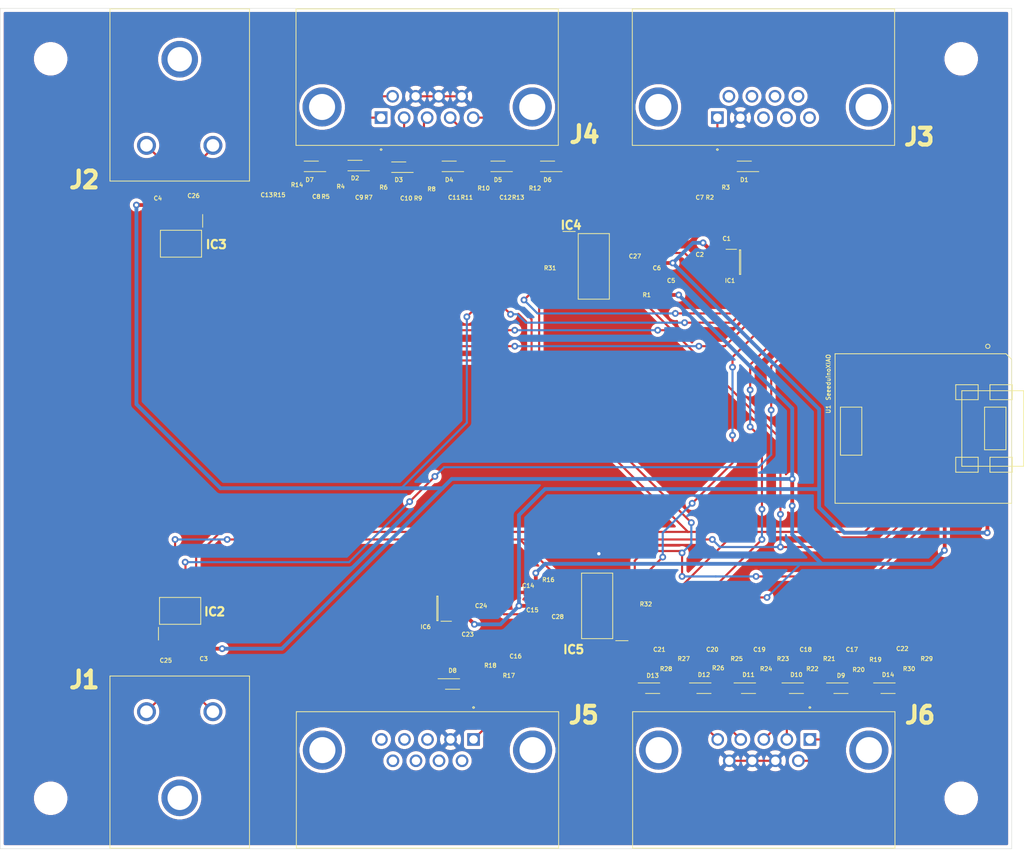
<source format=kicad_pcb>
(kicad_pcb (version 20171130) (host pcbnew "(5.1.10)-1")
  (layers (0 F.Cu signal) (31 B.Cu signal hide) (34 B.Paste user) (35 F.Paste user) (36 B.SilkS user) (37 F.SilkS user) (38 B.Mask user) (39 F.Mask user) (44 Edge.Cuts user))
  (net 0 "")
  (net 1 GND)
  (net 2 +5V)
  (net 3 +3V3)
  (net 4 "Net-(C7-Pad1)")
  (net 5 "Net-(C16-Pad1)")
  (net 6 SCK)
  (net 7 CS3)
  (net 8 MISO)
  (net 9 "Net-(IC2-Pad8)")
  (net 10 "Net-(IC3-Pad8)")
  (net 11 "Net-(IC4-Pad21)")
  (net 12 "Net-(IC4-Pad15)")
  (net 13 MOSI)
  (net 14 CS1)
  (net 15 "Net-(IC5-Pad15)")
  (net 16 "Net-(IC5-Pad21)")
  (net 17 "Net-(J1-PadMH1)")
  (net 18 "Net-(J2-PadMH1)")
  (net 19 "Net-(J3-Pad3)")
  (net 20 "Net-(J3-Pad4)")
  (net 21 "Net-(J3-Pad5)")
  (net 22 "Net-(J3-Pad6)")
  (net 23 "Net-(J3-Pad7)")
  (net 24 "Net-(J3-Pad8)")
  (net 25 "Net-(J3-Pad9)")
  (net 26 "Net-(J3-PadMH1)")
  (net 27 "Net-(J3-PadMH2)")
  (net 28 "Net-(J4-PadMH2)")
  (net 29 "Net-(J4-PadMH1)")
  (net 30 "Net-(J5-Pad3)")
  (net 31 "Net-(J5-Pad4)")
  (net 32 "Net-(J5-Pad5)")
  (net 33 "Net-(J5-Pad6)")
  (net 34 "Net-(J5-Pad7)")
  (net 35 "Net-(J5-Pad8)")
  (net 36 "Net-(J5-Pad9)")
  (net 37 "Net-(J5-PadMH1)")
  (net 38 "Net-(J5-PadMH2)")
  (net 39 "Net-(J6-PadMH2)")
  (net 40 "Net-(J6-PadMH1)")
  (net 41 "Net-(U1-Pad8)")
  (net 42 "Net-(U1-Pad7)")
  (net 43 CS4)
  (net 44 CS2)
  (net 45 "Net-(U1-Pad15)")
  (net 46 "Net-(U1-Pad16)")
  (net 47 "Net-(U1-Pad17)")
  (net 48 "Net-(U1-Pad18)")
  (net 49 "Net-(U1-Pad19)")
  (net 50 "Net-(U1-Pad20)")
  (net 51 ADC1.5)
  (net 52 ADC1.4)
  (net 53 ADC1.3)
  (net 54 ADC1.2)
  (net 55 ADC1.1)
  (net 56 ADC1.6)
  (net 57 ADC2.5)
  (net 58 ADC2.4)
  (net 59 ADC2.3)
  (net 60 ADC2.2)
  (net 61 ADC2.1)
  (net 62 ADC2.6)
  (net 63 Vref1)
  (net 64 Vref2)
  (net 65 "Net-(D1-Pad2)")
  (net 66 "Net-(D2-Pad2)")
  (net 67 "Net-(D3-Pad2)")
  (net 68 "Net-(D4-Pad2)")
  (net 69 "Net-(D5-Pad2)")
  (net 70 "Net-(D6-Pad2)")
  (net 71 "Net-(D7-Pad2)")
  (net 72 "Net-(D8-Pad2)")
  (net 73 "Net-(D9-Pad2)")
  (net 74 "Net-(D10-Pad2)")
  (net 75 "Net-(D11-Pad2)")
  (net 76 "Net-(D12-Pad2)")
  (net 77 "Net-(D13-Pad2)")
  (net 78 "Net-(D14-Pad2)")
  (net 79 "Net-(C25-Pad2)")
  (net 80 "Net-(C25-Pad1)")
  (net 81 "Net-(C26-Pad1)")
  (net 82 "Net-(C26-Pad2)")
  (net 83 EOC1)
  (net 84 EOC2)
  (net 85 "Net-(IC4-Pad8)")
  (net 86 "Net-(IC5-Pad8)")
  (module MountingHole:MountingHole_3.2mm_M3 (layer F.Cu) (at 194 144)
    (fp_text reference "" (at 0 -4.2) (layer F.SilkS) (effects (font (size 0.5 0.5) (thickness 0.1))))
    (fp_text value MountingHole_3.2mm_M3)
    (pad 1 np_thru_hole circle (at 0 0) (size 3.2 3.2) (drill 3.2) (layers *.Cu *.Mask))
  )
  (module MountingHole:MountingHole_3.2mm_M3 (layer F.Cu) (at 194 56)
    (fp_text reference "" (at 0 -4.2) (layer F.SilkS) (effects (font (size 0.5 0.5) (thickness 0.1))))
    (fp_text value MountingHole_3.2mm_M3)
    (pad 1 np_thru_hole circle (at 0 0) (size 3.2 3.2) (drill 3.2) (layers *.Cu *.Mask))
  )
  (module MountingHole:MountingHole_3.2mm_M3 (layer F.Cu) (at 85.7 56)
    (fp_text reference "" (at 0 -4.2) (layer F.SilkS) (effects (font (size 0.5 0.5) (thickness 0.1))))
    (fp_text value MountingHole_3.2mm_M3)
    (pad 1 np_thru_hole circle (at 0 0) (size 3.2 3.2) (drill 3.2) (layers *.Cu *.Mask))
  )
  (module MountingHole:MountingHole_3.2mm_M3 (layer F.Cu) (at 85.7 144)
    (fp_text reference "" (at 0 -4.2) (layer F.SilkS) (effects (font (size 0.5 0.5) (thickness 0.1))))
    (fp_text value MountingHole_3.2mm_M3)
    (pad 1 np_thru_hole circle (at 0 0) (size 3.2 3.2) (drill 3.2) (layers *.Cu *.Mask))
  )
  (module Capacitor_SMD:C_0201_0603Metric (layer F.Cu) (at 165.2 77.6 270)
    (fp_text reference C1 (at -0.2 -0.9 180) (layer F.SilkS) (effects (font (size 0.5 0.5) (thickness 0.1))))
    (fp_text value 1uF)
    (pad 1 smd roundrect (at -0.32 0 270) (size 0.46 0.4) (layers F.Cu F.Mask) (net 1 GND))
    (pad 2 smd roundrect (at 0.32 0 270) (size 0.46 0.4) (layers F.Cu F.Mask) (net 2 +5V))
  )
  (module Capacitor_SMD:C_0201_0603Metric (layer F.Cu) (at 163.8 80 90)
    (fp_text reference C2 (at 0.7 -0.9 180) (layer F.SilkS) (effects (font (size 0.5 0.5) (thickness 0.1))))
    (fp_text value 1uF)
    (pad 2 smd roundrect (at 0.32 0 90) (size 0.46 0.4) (layers F.Cu F.Mask) (net 1 GND))
    (pad 1 smd roundrect (at -0.32 0 90) (size 0.46 0.4) (layers F.Cu F.Mask) (net 63 Vref1))
  )
  (module Capacitor_SMD:C_0201_0603Metric (layer F.Cu) (at 103 127.6 270)
    (fp_text reference C3 (at -0.2 -0.9 180) (layer F.SilkS) (effects (font (size 0.5 0.5) (thickness 0.1))))
    (fp_text value 0.1uF)
    (pad 1 smd roundrect (at -0.32 0 270) (size 0.46 0.4) (layers F.Cu F.Mask) (net 3 +3V3))
    (pad 2 smd roundrect (at 0.32 0 270) (size 0.46 0.4) (layers F.Cu F.Mask) (net 1 GND))
  )
  (module Capacitor_SMD:C_0201_0603Metric (layer F.Cu) (at 99.5 72.4 90)
    (fp_text reference C4 (at -0.2 -1.05 180) (layer F.SilkS) (effects (font (size 0.5 0.5) (thickness 0.1))))
    (fp_text value 0.1uF)
    (pad 2 smd roundrect (at 0.32 0 90) (size 0.46 0.4) (layers F.Cu F.Mask) (net 1 GND))
    (pad 1 smd roundrect (at -0.32 0 90) (size 0.46 0.4) (layers F.Cu F.Mask) (net 3 +3V3))
  )
  (module Capacitor_SMD:C_0201_0603Metric (layer F.Cu) (at 158.2 82.4)
    (fp_text reference C5 (at 1.3 0) (layer F.SilkS) (effects (font (size 0.5 0.5) (thickness 0.1))))
    (fp_text value 10uF)
    (pad 2 smd roundrect (at 0.32 0) (size 0.46 0.4) (layers F.Cu F.Mask) (net 1 GND))
    (pad 1 smd roundrect (at -0.32 0) (size 0.46 0.4) (layers F.Cu F.Mask) (net 3 +3V3))
  )
  (module Capacitor_SMD:C_0201_0603Metric (layer F.Cu) (at 157.7 81.6)
    (fp_text reference C6 (at 0.1 -0.7) (layer F.SilkS) (effects (font (size 0.5 0.5) (thickness 0.1))))
    (fp_text value 10uF)
    (pad 2 smd roundrect (at 0.32 0) (size 0.46 0.4) (layers F.Cu F.Mask) (net 1 GND))
    (pad 1 smd roundrect (at -0.32 0) (size 0.46 0.4) (layers F.Cu F.Mask) (net 2 +5V))
  )
  (module Capacitor_SMD:C_0201_0603Metric (layer F.Cu) (at 163 71.3 90)
    (fp_text reference C7 (at -1.2 -0.1 180) (layer F.SilkS) (effects (font (size 0.5 0.5) (thickness 0.1))))
    (fp_text value 100pF)
    (pad 1 smd roundrect (at -0.32 0 90) (size 0.46 0.4) (layers F.Cu F.Mask) (net 4 "Net-(C7-Pad1)"))
    (pad 2 smd roundrect (at 0.32 0 90) (size 0.46 0.4) (layers F.Cu F.Mask) (net 1 GND))
  )
  (module Capacitor_SMD:C_0201_0603Metric (layer F.Cu) (at 117.4 71.2 90)
    (fp_text reference C8 (at -1.2 -0.1 180) (layer F.SilkS) (effects (font (size 0.5 0.5) (thickness 0.1))))
    (fp_text value 100pF)
    (pad 1 smd roundrect (at -0.32 0 90) (size 0.46 0.4) (layers F.Cu F.Mask) (net 51 ADC1.5))
    (pad 2 smd roundrect (at 0.32 0 90) (size 0.46 0.4) (layers F.Cu F.Mask) (net 1 GND))
  )
  (module Capacitor_SMD:C_0201_0603Metric (layer F.Cu) (at 122.5 71.3 90)
    (fp_text reference C9 (at -1.2 -0.1 180) (layer F.SilkS) (effects (font (size 0.5 0.5) (thickness 0.1))))
    (fp_text value 100pF)
    (pad 2 smd roundrect (at 0.32 0 90) (size 0.46 0.4) (layers F.Cu F.Mask) (net 1 GND))
    (pad 1 smd roundrect (at -0.32 0 90) (size 0.46 0.4) (layers F.Cu F.Mask) (net 52 ADC1.4))
  )
  (module Capacitor_SMD:C_0201_0603Metric (layer F.Cu) (at 128.2 71.4 90)
    (fp_text reference C10 (at -1.2 -0.2 180) (layer F.SilkS) (effects (font (size 0.5 0.5) (thickness 0.1))))
    (fp_text value 100pF)
    (pad 1 smd roundrect (at -0.32 0 90) (size 0.46 0.4) (layers F.Cu F.Mask) (net 53 ADC1.3))
    (pad 2 smd roundrect (at 0.32 0 90) (size 0.46 0.4) (layers F.Cu F.Mask) (net 1 GND))
  )
  (module Capacitor_SMD:C_0201_0603Metric (layer F.Cu) (at 134.2 71.3 90)
    (fp_text reference C11 (at -1.2 -0.5 180) (layer F.SilkS) (effects (font (size 0.5 0.5) (thickness 0.1))))
    (fp_text value 100pF)
    (pad 2 smd roundrect (at 0.32 0 90) (size 0.46 0.4) (layers F.Cu F.Mask) (net 1 GND))
    (pad 1 smd roundrect (at -0.32 0 90) (size 0.46 0.4) (layers F.Cu F.Mask) (net 54 ADC1.2))
  )
  (module Capacitor_SMD:C_0201_0603Metric (layer F.Cu) (at 140.3 71.3 90)
    (fp_text reference C12 (at -1.2 -0.5 180) (layer F.SilkS) (effects (font (size 0.5 0.5) (thickness 0.1))))
    (fp_text value 100pF)
    (pad 1 smd roundrect (at -0.32 0 90) (size 0.46 0.4) (layers F.Cu F.Mask) (net 55 ADC1.1))
    (pad 2 smd roundrect (at 0.32 0 90) (size 0.46 0.4) (layers F.Cu F.Mask) (net 1 GND))
  )
  (module Capacitor_SMD:C_0201_0603Metric (layer F.Cu) (at 111.9 71 90)
    (fp_text reference C13 (at -1.2 -0.5 180) (layer F.SilkS) (effects (font (size 0.5 0.5) (thickness 0.1))))
    (fp_text value 100pF)
    (pad 2 smd roundrect (at 0.32 0 90) (size 0.46 0.4) (layers F.Cu F.Mask) (net 1 GND))
    (pad 1 smd roundrect (at -0.32 0 90) (size 0.46 0.4) (layers F.Cu F.Mask) (net 56 ADC1.6))
  )
  (module Capacitor_SMD:C_0201_0603Metric (layer F.Cu) (at 142.5 119.5 180)
    (fp_text reference C14 (at 0 0.8) (layer F.SilkS) (effects (font (size 0.5 0.5) (thickness 0.1))))
    (fp_text value 10uF)
    (pad 1 smd roundrect (at -0.32 0 180) (size 0.46 0.4) (layers F.Cu F.Mask) (net 3 +3V3))
    (pad 2 smd roundrect (at 0.32 0 180) (size 0.46 0.4) (layers F.Cu F.Mask) (net 1 GND))
  )
  (module Capacitor_SMD:C_0201_0603Metric (layer F.Cu) (at 143.2 120.3 180)
    (fp_text reference C15 (at 0.2 -1.3) (layer F.SilkS) (effects (font (size 0.5 0.5) (thickness 0.1))))
    (fp_text value 10uF)
    (pad 1 smd roundrect (at -0.32 0 180) (size 0.46 0.4) (layers F.Cu F.Mask) (net 2 +5V))
    (pad 2 smd roundrect (at 0.32 0 180) (size 0.46 0.4) (layers F.Cu F.Mask) (net 1 GND))
  )
  (module Capacitor_SMD:C_0201_0603Metric (layer F.Cu) (at 141.1 128.2 270)
    (fp_text reference C16 (at -1.1 0.1 180) (layer F.SilkS) (effects (font (size 0.5 0.5) (thickness 0.1))))
    (fp_text value 100pF)
    (pad 1 smd roundrect (at -0.32 0 270) (size 0.46 0.4) (layers F.Cu F.Mask) (net 5 "Net-(C16-Pad1)"))
    (pad 2 smd roundrect (at 0.32 0 270) (size 0.46 0.4) (layers F.Cu F.Mask) (net 1 GND))
  )
  (module Capacitor_SMD:C_0201_0603Metric (layer F.Cu) (at 181 127.4 270)
    (fp_text reference C17 (at -1.1 0 180) (layer F.SilkS) (effects (font (size 0.5 0.5) (thickness 0.1))))
    (fp_text value 100pF)
    (pad 1 smd roundrect (at -0.32 0 270) (size 0.46 0.4) (layers F.Cu F.Mask) (net 57 ADC2.5))
    (pad 2 smd roundrect (at 0.32 0 270) (size 0.46 0.4) (layers F.Cu F.Mask) (net 1 GND))
  )
  (module Capacitor_SMD:C_0201_0603Metric (layer F.Cu) (at 175.5 127.4 270)
    (fp_text reference C18 (at -1.1 0 180) (layer F.SilkS) (effects (font (size 0.5 0.5) (thickness 0.1))))
    (fp_text value 100pF)
    (pad 1 smd roundrect (at -0.32 0 270) (size 0.46 0.4) (layers F.Cu F.Mask) (net 58 ADC2.4))
    (pad 2 smd roundrect (at 0.32 0 270) (size 0.46 0.4) (layers F.Cu F.Mask) (net 1 GND))
  )
  (module Capacitor_SMD:C_0201_0603Metric (layer F.Cu) (at 170 127.4 270)
    (fp_text reference C19 (at -1.1 0 180) (layer F.SilkS) (effects (font (size 0.5 0.5) (thickness 0.1))))
    (fp_text value 100pF)
    (pad 2 smd roundrect (at 0.32 0 270) (size 0.46 0.4) (layers F.Cu F.Mask) (net 1 GND))
    (pad 1 smd roundrect (at -0.32 0 270) (size 0.46 0.4) (layers F.Cu F.Mask) (net 59 ADC2.3))
  )
  (module Capacitor_SMD:C_0201_0603Metric (layer F.Cu) (at 164.4 127.4 270)
    (fp_text reference C20 (at -1.1 0 180) (layer F.SilkS) (effects (font (size 0.5 0.5) (thickness 0.1))))
    (fp_text value 100pF)
    (pad 2 smd roundrect (at 0.32 0 270) (size 0.46 0.4) (layers F.Cu F.Mask) (net 1 GND))
    (pad 1 smd roundrect (at -0.32 0 270) (size 0.46 0.4) (layers F.Cu F.Mask) (net 60 ADC2.2))
  )
  (module Capacitor_SMD:C_0201_0603Metric (layer F.Cu) (at 158.1 127.4 270)
    (fp_text reference C21 (at -1.1 0 180) (layer F.SilkS) (effects (font (size 0.5 0.5) (thickness 0.1))))
    (fp_text value 100pF)
    (pad 2 smd roundrect (at 0.32 0 270) (size 0.46 0.4) (layers F.Cu F.Mask) (net 1 GND))
    (pad 1 smd roundrect (at -0.32 0 270) (size 0.46 0.4) (layers F.Cu F.Mask) (net 61 ADC2.1))
  )
  (module Capacitor_SMD:C_0201_0603Metric (layer F.Cu) (at 187 127.4 270)
    (fp_text reference C22 (at -1.2 0 180) (layer F.SilkS) (effects (font (size 0.5 0.5) (thickness 0.1))))
    (fp_text value 100pF)
    (pad 2 smd roundrect (at 0.32 0 270) (size 0.46 0.4) (layers F.Cu F.Mask) (net 1 GND))
    (pad 1 smd roundrect (at -0.32 0 270) (size 0.46 0.4) (layers F.Cu F.Mask) (net 62 ADC2.6))
  )
  (module SOT96P237X112-3N (layer F.Cu) (at 167.7 80.2)
    (fp_text reference IC1 (at -1.2 2.2) (layer F.SilkS) (effects (font (size 0.5 0.5) (thickness 0.1))))
    (fp_text value MCP1541T-I_TT hide)
    (pad 1 smd rect (at -1.05 -0.96 90) (size 0.65 1.25) (layers F.Cu F.Paste F.Mask) (net 2 +5V))
    (pad 2 smd rect (at -1.05 0.96 90) (size 0.65 1.25) (layers F.Cu F.Paste F.Mask) (net 63 Vref1))
    (pad 3 smd rect (at 1.05 0 90) (size 0.65 1.25) (layers F.Cu F.Paste F.Mask) (net 1 GND))
  )
  (module SOIC127P600X175-8N (layer F.Cu) (at 101.1 121.7 90)
    (fp_text reference IC2 (at -0.1 4.1 180) (layer F.SilkS) (effects (font (thickness 0.25))))
    (fp_text value MAX31855KASA+ hide)
    (pad 1 smd rect (at -2.712 -1.905 180) (size 0.65 1.525) (layers F.Cu F.Paste F.Mask) (net 1 GND))
    (pad 2 smd rect (at -2.712 -0.635 180) (size 0.65 1.525) (layers F.Cu F.Paste F.Mask) (net 80 "Net-(C25-Pad1)"))
    (pad 3 smd rect (at -2.712 0.635 180) (size 0.65 1.525) (layers F.Cu F.Paste F.Mask) (net 79 "Net-(C25-Pad2)"))
    (pad 4 smd rect (at -2.712 1.905 180) (size 0.65 1.525) (layers F.Cu F.Paste F.Mask) (net 3 +3V3))
    (pad 5 smd rect (at 2.712 1.905 180) (size 0.65 1.525) (layers F.Cu F.Paste F.Mask) (net 6 SCK))
    (pad 6 smd rect (at 2.712 0.635 180) (size 0.65 1.525) (layers F.Cu F.Paste F.Mask) (net 43 CS4))
    (pad 7 smd rect (at 2.712 -0.635 180) (size 0.65 1.525) (layers F.Cu F.Paste F.Mask) (net 8 MISO))
    (pad 8 smd rect (at 2.712 -1.905 180) (size 0.65 1.525) (layers F.Cu F.Paste F.Mask) (net 9 "Net-(IC2-Pad8)"))
  )
  (module SOIC127P600X175-8N (layer F.Cu) (at 101.2 78 270)
    (fp_text reference IC3 (at 0.1 -4.2 180) (layer F.SilkS) (effects (font (thickness 0.25))))
    (fp_text value MAX31855KASA+ hide)
    (pad 8 smd rect (at 2.712 -1.905) (size 0.65 1.525) (layers F.Cu F.Paste F.Mask) (net 10 "Net-(IC3-Pad8)"))
    (pad 7 smd rect (at 2.712 -0.635) (size 0.65 1.525) (layers F.Cu F.Paste F.Mask) (net 8 MISO))
    (pad 6 smd rect (at 2.712 0.635) (size 0.65 1.525) (layers F.Cu F.Paste F.Mask) (net 44 CS2))
    (pad 5 smd rect (at 2.712 1.905) (size 0.65 1.525) (layers F.Cu F.Paste F.Mask) (net 6 SCK))
    (pad 4 smd rect (at -2.712 1.905) (size 0.65 1.525) (layers F.Cu F.Paste F.Mask) (net 3 +3V3))
    (pad 3 smd rect (at -2.712 0.635) (size 0.65 1.525) (layers F.Cu F.Paste F.Mask) (net 82 "Net-(C26-Pad2)"))
    (pad 2 smd rect (at -2.712 -0.635) (size 0.65 1.525) (layers F.Cu F.Paste F.Mask) (net 81 "Net-(C26-Pad1)"))
    (pad 1 smd rect (at -2.712 -1.905) (size 0.65 1.525) (layers F.Cu F.Paste F.Mask) (net 1 GND))
  )
  (module SOP65P640X120-24N (layer F.Cu) (at 150.3 80.7)
    (fp_text reference IC4 (at -2.7 -4.9) (layer F.SilkS) (effects (font (thickness 0.25))))
    (fp_text value ADS8332IBPWR hide)
    (pad 24 smd rect (at 2.938 -3.575 90) (size 0.45 1.475) (layers F.Cu F.Paste F.Mask) (net 4 "Net-(C7-Pad1)"))
    (pad 23 smd rect (at 2.938 -2.925 90) (size 0.45 1.475) (layers F.Cu F.Paste F.Mask) (net 1 GND))
    (pad 22 smd rect (at 2.938 -2.275 90) (size 0.45 1.475) (layers F.Cu F.Paste F.Mask) (net 11 "Net-(IC4-Pad21)"))
    (pad 21 smd rect (at 2.938 -1.625 90) (size 0.45 1.475) (layers F.Cu F.Paste F.Mask) (net 11 "Net-(IC4-Pad21)"))
    (pad 20 smd rect (at 2.938 -0.975 90) (size 0.45 1.475) (layers F.Cu F.Paste F.Mask) (net 1 GND))
    (pad 19 smd rect (at 2.938 -0.325 90) (size 0.45 1.475) (layers F.Cu F.Paste F.Mask) (net 1 GND))
    (pad 18 smd rect (at 2.938 0.325 90) (size 0.45 1.475) (layers F.Cu F.Paste F.Mask) (net 63 Vref1))
    (pad 17 smd rect (at 2.938 0.975 90) (size 0.45 1.475) (layers F.Cu F.Paste F.Mask) (net 2 +5V))
    (pad 16 smd rect (at 2.938 1.625 90) (size 0.45 1.475) (layers F.Cu F.Paste F.Mask) (net 3 +3V3))
    (pad 15 smd rect (at 2.938 2.275 90) (size 0.45 1.475) (layers F.Cu F.Paste F.Mask) (net 12 "Net-(IC4-Pad15)"))
    (pad 14 smd rect (at 2.938 2.925 90) (size 0.45 1.475) (layers F.Cu F.Paste F.Mask) (net 1 GND))
    (pad 13 smd rect (at 2.938 3.575 90) (size 0.45 1.475) (layers F.Cu F.Paste F.Mask) (net 8 MISO))
    (pad 12 smd rect (at -2.938 3.575 90) (size 0.45 1.475) (layers F.Cu F.Paste F.Mask) (net 13 MOSI))
    (pad 11 smd rect (at -2.938 2.925 90) (size 0.45 1.475) (layers F.Cu F.Paste F.Mask) (net 14 CS1))
    (pad 10 smd rect (at -2.938 2.275 90) (size 0.45 1.475) (layers F.Cu F.Paste F.Mask) (net 6 SCK))
    (pad 9 smd rect (at -2.938 1.625 90) (size 0.45 1.475) (layers F.Cu F.Paste F.Mask) (net 83 EOC1))
    (pad 8 smd rect (at -2.938 0.975 90) (size 0.45 1.475) (layers F.Cu F.Paste F.Mask) (net 85 "Net-(IC4-Pad8)"))
    (pad 7 smd rect (at -2.938 0.325 90) (size 0.45 1.475) (layers F.Cu F.Paste F.Mask) (net 1 GND))
    (pad 6 smd rect (at -2.938 -0.325 90) (size 0.45 1.475) (layers F.Cu F.Paste F.Mask) (net 56 ADC1.6))
    (pad 5 smd rect (at -2.938 -0.975 90) (size 0.45 1.475) (layers F.Cu F.Paste F.Mask) (net 51 ADC1.5))
    (pad 4 smd rect (at -2.938 -1.625 90) (size 0.45 1.475) (layers F.Cu F.Paste F.Mask) (net 52 ADC1.4))
    (pad 3 smd rect (at -2.938 -2.275 90) (size 0.45 1.475) (layers F.Cu F.Paste F.Mask) (net 53 ADC1.3))
    (pad 2 smd rect (at -2.938 -2.925 90) (size 0.45 1.475) (layers F.Cu F.Paste F.Mask) (net 54 ADC1.2))
    (pad 1 smd rect (at -2.938 -3.575 90) (size 0.45 1.475) (layers F.Cu F.Paste F.Mask) (net 55 ADC1.1))
  )
  (module SOP65P640X120-24N (layer F.Cu) (at 150.7 121.1 180)
    (fp_text reference IC5 (at 2.8 -5.2) (layer F.SilkS) (effects (font (thickness 0.25))))
    (fp_text value ADS8332IBPWR hide)
    (pad 1 smd rect (at -2.938 -3.575 270) (size 0.45 1.475) (layers F.Cu F.Paste F.Mask) (net 61 ADC2.1))
    (pad 2 smd rect (at -2.938 -2.925 270) (size 0.45 1.475) (layers F.Cu F.Paste F.Mask) (net 60 ADC2.2))
    (pad 3 smd rect (at -2.938 -2.275 270) (size 0.45 1.475) (layers F.Cu F.Paste F.Mask) (net 59 ADC2.3))
    (pad 4 smd rect (at -2.938 -1.625 270) (size 0.45 1.475) (layers F.Cu F.Paste F.Mask) (net 58 ADC2.4))
    (pad 5 smd rect (at -2.938 -0.975 270) (size 0.45 1.475) (layers F.Cu F.Paste F.Mask) (net 57 ADC2.5))
    (pad 6 smd rect (at -2.938 -0.325 270) (size 0.45 1.475) (layers F.Cu F.Paste F.Mask) (net 62 ADC2.6))
    (pad 7 smd rect (at -2.938 0.325 270) (size 0.45 1.475) (layers F.Cu F.Paste F.Mask) (net 1 GND))
    (pad 8 smd rect (at -2.938 0.975 270) (size 0.45 1.475) (layers F.Cu F.Paste F.Mask) (net 86 "Net-(IC5-Pad8)"))
    (pad 9 smd rect (at -2.938 1.625 270) (size 0.45 1.475) (layers F.Cu F.Paste F.Mask) (net 84 EOC2))
    (pad 10 smd rect (at -2.938 2.275 270) (size 0.45 1.475) (layers F.Cu F.Paste F.Mask) (net 6 SCK))
    (pad 11 smd rect (at -2.938 2.925 270) (size 0.45 1.475) (layers F.Cu F.Paste F.Mask) (net 7 CS3))
    (pad 12 smd rect (at -2.938 3.575 270) (size 0.45 1.475) (layers F.Cu F.Paste F.Mask) (net 13 MOSI))
    (pad 13 smd rect (at 2.938 3.575 270) (size 0.45 1.475) (layers F.Cu F.Paste F.Mask) (net 8 MISO))
    (pad 14 smd rect (at 2.938 2.925 270) (size 0.45 1.475) (layers F.Cu F.Paste F.Mask) (net 1 GND))
    (pad 15 smd rect (at 2.938 2.275 270) (size 0.45 1.475) (layers F.Cu F.Paste F.Mask) (net 15 "Net-(IC5-Pad15)"))
    (pad 16 smd rect (at 2.938 1.625 270) (size 0.45 1.475) (layers F.Cu F.Paste F.Mask) (net 3 +3V3))
    (pad 17 smd rect (at 2.938 0.975 270) (size 0.45 1.475) (layers F.Cu F.Paste F.Mask) (net 2 +5V))
    (pad 18 smd rect (at 2.938 0.325 270) (size 0.45 1.475) (layers F.Cu F.Paste F.Mask) (net 64 Vref2))
    (pad 19 smd rect (at 2.938 -0.325 270) (size 0.45 1.475) (layers F.Cu F.Paste F.Mask) (net 1 GND))
    (pad 20 smd rect (at 2.938 -0.975 270) (size 0.45 1.475) (layers F.Cu F.Paste F.Mask) (net 1 GND))
    (pad 21 smd rect (at 2.938 -1.625 270) (size 0.45 1.475) (layers F.Cu F.Paste F.Mask) (net 16 "Net-(IC5-Pad21)"))
    (pad 22 smd rect (at 2.938 -2.275 270) (size 0.45 1.475) (layers F.Cu F.Paste F.Mask) (net 16 "Net-(IC5-Pad21)"))
    (pad 23 smd rect (at 2.938 -2.925 270) (size 0.45 1.475) (layers F.Cu F.Paste F.Mask) (net 1 GND))
    (pad 24 smd rect (at 2.938 -3.575 270) (size 0.45 1.475) (layers F.Cu F.Paste F.Mask) (net 5 "Net-(C16-Pad1)"))
  )
  (module 3817564 (layer F.Cu) (at 97.1 133.7)
    (fp_text reference J1 (at -7.4 -3.8) (layer F.SilkS) (effects (font (size 2 2) (thickness 0.5))))
    (fp_text value 3817564 hide)
    (pad MH1 thru_hole circle (at 3.95 10.25) (size 4.35 4.35) (drill 2.9) (layers *.Cu *.Mask) (net 17 "Net-(J1-PadMH1)"))
    (pad 2 thru_hole circle (at 7.9 0) (size 2.25 2.25) (drill 1.5) (layers *.Cu *.Mask) (net 79 "Net-(C25-Pad2)"))
    (pad 1 thru_hole circle (at 0 0) (size 2.25 2.25) (drill 1.5) (layers *.Cu *.Mask) (net 80 "Net-(C25-Pad1)"))
  )
  (module 3817564 (layer F.Cu) (at 105 66.3 180)
    (fp_text reference J2 (at 15.3 -4.1) (layer F.SilkS) (effects (font (size 2 2) (thickness 0.5))))
    (fp_text value 3817564 hide)
    (pad 1 thru_hole circle (at 0 0 180) (size 2.25 2.25) (drill 1.5) (layers *.Cu *.Mask) (net 81 "Net-(C26-Pad1)"))
    (pad 2 thru_hole circle (at 7.9 0 180) (size 2.25 2.25) (drill 1.5) (layers *.Cu *.Mask) (net 82 "Net-(C26-Pad2)"))
    (pad MH1 thru_hole circle (at 3.95 10.25 180) (size 4.35 4.35) (drill 2.9) (layers *.Cu *.Mask) (net 18 "Net-(J2-PadMH1)"))
  )
  (module 09661126600 (layer F.Cu) (at 165 63 180)
    (fp_text reference J3 (at -24 -2.3) (layer F.SilkS) (effects (font (size 2 2) (thickness 0.5))))
    (fp_text value 09661127601 hide)
    (pad 1 thru_hole rect (at 0 0 180) (size 1.5 1.5) (drill 1) (layers *.Cu *.Mask) (net 65 "Net-(D1-Pad2)"))
    (pad 2 thru_hole circle (at -2.74 0 180) (size 1.5 1.5) (drill 1) (layers *.Cu *.Mask) (net 1 GND))
    (pad 3 thru_hole circle (at -5.48 0 180) (size 1.5 1.5) (drill 1) (layers *.Cu *.Mask) (net 19 "Net-(J3-Pad3)"))
    (pad 4 thru_hole circle (at -8.22 0 180) (size 1.5 1.5) (drill 1) (layers *.Cu *.Mask) (net 20 "Net-(J3-Pad4)"))
    (pad 5 thru_hole circle (at -10.96 0 180) (size 1.5 1.5) (drill 1) (layers *.Cu *.Mask) (net 21 "Net-(J3-Pad5)"))
    (pad 6 thru_hole circle (at -1.37 2.54 180) (size 1.5 1.5) (drill 1) (layers *.Cu *.Mask) (net 22 "Net-(J3-Pad6)"))
    (pad 7 thru_hole circle (at -4.11 2.54 180) (size 1.5 1.5) (drill 1) (layers *.Cu *.Mask) (net 23 "Net-(J3-Pad7)"))
    (pad 8 thru_hole circle (at -6.85 2.54 180) (size 1.5 1.5) (drill 1) (layers *.Cu *.Mask) (net 24 "Net-(J3-Pad8)"))
    (pad 9 thru_hole circle (at -9.59 2.54 180) (size 1.5 1.5) (drill 1) (layers *.Cu *.Mask) (net 25 "Net-(J3-Pad9)"))
    (pad MH1 thru_hole circle (at 7.02 1.27 180) (size 4.65 4.65) (drill 3.1) (layers *.Cu *.Mask) (net 26 "Net-(J3-PadMH1)"))
    (pad MH2 thru_hole circle (at -17.98 1.27 180) (size 4.65 4.65) (drill 3.1) (layers *.Cu *.Mask) (net 27 "Net-(J3-PadMH2)"))
  )
  (module 09661126600 (layer F.Cu) (at 125 63 180)
    (fp_text reference J4 (at -24.2 -2) (layer F.SilkS) (effects (font (size 2 2) (thickness 0.5))))
    (fp_text value 09661127601 hide)
    (pad MH2 thru_hole circle (at -17.98 1.27 180) (size 4.65 4.65) (drill 3.1) (layers *.Cu *.Mask) (net 28 "Net-(J4-PadMH2)"))
    (pad MH1 thru_hole circle (at 7.02 1.27 180) (size 4.65 4.65) (drill 3.1) (layers *.Cu *.Mask) (net 29 "Net-(J4-PadMH1)"))
    (pad 9 thru_hole circle (at -9.59 2.54 180) (size 1.5 1.5) (drill 1) (layers *.Cu *.Mask) (net 1 GND))
    (pad 8 thru_hole circle (at -6.85 2.54 180) (size 1.5 1.5) (drill 1) (layers *.Cu *.Mask) (net 1 GND))
    (pad 7 thru_hole circle (at -4.11 2.54 180) (size 1.5 1.5) (drill 1) (layers *.Cu *.Mask) (net 1 GND))
    (pad 6 thru_hole circle (at -1.37 2.54 180) (size 1.5 1.5) (drill 1) (layers *.Cu *.Mask) (net 71 "Net-(D7-Pad2)"))
    (pad 5 thru_hole circle (at -10.96 0 180) (size 1.5 1.5) (drill 1) (layers *.Cu *.Mask) (net 70 "Net-(D6-Pad2)"))
    (pad 4 thru_hole circle (at -8.22 0 180) (size 1.5 1.5) (drill 1) (layers *.Cu *.Mask) (net 69 "Net-(D5-Pad2)"))
    (pad 3 thru_hole circle (at -5.48 0 180) (size 1.5 1.5) (drill 1) (layers *.Cu *.Mask) (net 68 "Net-(D4-Pad2)"))
    (pad 2 thru_hole circle (at -2.74 0 180) (size 1.5 1.5) (drill 1) (layers *.Cu *.Mask) (net 67 "Net-(D3-Pad2)"))
    (pad 1 thru_hole rect (at 0 0 180) (size 1.5 1.5) (drill 1) (layers *.Cu *.Mask) (net 66 "Net-(D2-Pad2)"))
  )
  (module 09661126600 (layer F.Cu) (at 136 137)
    (fp_text reference J5 (at 13.1 -2.9) (layer F.SilkS) (effects (font (size 2 2) (thickness 0.5))))
    (fp_text value 09661127601 hide)
    (pad 1 thru_hole rect (at 0 0) (size 1.5 1.5) (drill 1) (layers *.Cu *.Mask) (net 72 "Net-(D8-Pad2)"))
    (pad 2 thru_hole circle (at -2.74 0) (size 1.5 1.5) (drill 1) (layers *.Cu *.Mask) (net 1 GND))
    (pad 3 thru_hole circle (at -5.48 0) (size 1.5 1.5) (drill 1) (layers *.Cu *.Mask) (net 30 "Net-(J5-Pad3)"))
    (pad 4 thru_hole circle (at -8.22 0) (size 1.5 1.5) (drill 1) (layers *.Cu *.Mask) (net 31 "Net-(J5-Pad4)"))
    (pad 5 thru_hole circle (at -10.96 0) (size 1.5 1.5) (drill 1) (layers *.Cu *.Mask) (net 32 "Net-(J5-Pad5)"))
    (pad 6 thru_hole circle (at -1.37 2.54) (size 1.5 1.5) (drill 1) (layers *.Cu *.Mask) (net 33 "Net-(J5-Pad6)"))
    (pad 7 thru_hole circle (at -4.11 2.54) (size 1.5 1.5) (drill 1) (layers *.Cu *.Mask) (net 34 "Net-(J5-Pad7)"))
    (pad 8 thru_hole circle (at -6.85 2.54) (size 1.5 1.5) (drill 1) (layers *.Cu *.Mask) (net 35 "Net-(J5-Pad8)"))
    (pad 9 thru_hole circle (at -9.59 2.54) (size 1.5 1.5) (drill 1) (layers *.Cu *.Mask) (net 36 "Net-(J5-Pad9)"))
    (pad MH1 thru_hole circle (at 7.02 1.27) (size 4.65 4.65) (drill 3.1) (layers *.Cu *.Mask) (net 37 "Net-(J5-PadMH1)"))
    (pad MH2 thru_hole circle (at -17.98 1.27) (size 4.65 4.65) (drill 3.1) (layers *.Cu *.Mask) (net 38 "Net-(J5-PadMH2)"))
  )
  (module 09661126600 (layer F.Cu) (at 176 137)
    (fp_text reference J6 (at 13.1 -2.9) (layer F.SilkS) (effects (font (size 2 2) (thickness 0.5))))
    (fp_text value 09661127601 hide)
    (pad MH2 thru_hole circle (at -17.98 1.27) (size 4.65 4.65) (drill 3.1) (layers *.Cu *.Mask) (net 39 "Net-(J6-PadMH2)"))
    (pad MH1 thru_hole circle (at 7.02 1.27) (size 4.65 4.65) (drill 3.1) (layers *.Cu *.Mask) (net 40 "Net-(J6-PadMH1)"))
    (pad 9 thru_hole circle (at -9.59 2.54) (size 1.5 1.5) (drill 1) (layers *.Cu *.Mask) (net 1 GND))
    (pad 8 thru_hole circle (at -6.85 2.54) (size 1.5 1.5) (drill 1) (layers *.Cu *.Mask) (net 1 GND))
    (pad 7 thru_hole circle (at -4.11 2.54) (size 1.5 1.5) (drill 1) (layers *.Cu *.Mask) (net 1 GND))
    (pad 6 thru_hole circle (at -1.37 2.54) (size 1.5 1.5) (drill 1) (layers *.Cu *.Mask) (net 78 "Net-(D14-Pad2)"))
    (pad 5 thru_hole circle (at -10.96 0) (size 1.5 1.5) (drill 1) (layers *.Cu *.Mask) (net 77 "Net-(D13-Pad2)"))
    (pad 4 thru_hole circle (at -8.22 0) (size 1.5 1.5) (drill 1) (layers *.Cu *.Mask) (net 76 "Net-(D12-Pad2)"))
    (pad 3 thru_hole circle (at -5.48 0) (size 1.5 1.5) (drill 1) (layers *.Cu *.Mask) (net 75 "Net-(D11-Pad2)"))
    (pad 2 thru_hole circle (at -2.74 0) (size 1.5 1.5) (drill 1) (layers *.Cu *.Mask) (net 74 "Net-(D10-Pad2)"))
    (pad 1 thru_hole rect (at 0 0) (size 1.5 1.5) (drill 1) (layers *.Cu *.Mask) (net 73 "Net-(D9-Pad2)"))
  )
  (module Resistor_SMD:R_0201_0603Metric (layer F.Cu) (at 155.6 83.3)
    (fp_text reference R1 (at 1 0.8) (layer F.SilkS) (effects (font (size 0.5 0.5) (thickness 0.1))))
    (fp_text value 1k)
    (pad 1 smd roundrect (at -0.32 0) (size 0.46 0.4) (layers F.Cu F.Mask) (net 12 "Net-(IC4-Pad15)"))
    (pad 2 smd roundrect (at 0.32 0) (size 0.46 0.4) (layers F.Cu F.Mask) (net 3 +3V3))
  )
  (module Resistor_SMD:R_0201_0603Metric (layer F.Cu) (at 164 71.3 90)
    (fp_text reference R2 (at -1.2 0.1 180) (layer F.SilkS) (effects (font (size 0.5 0.5) (thickness 0.1))))
    (fp_text value 2k)
    (pad 2 smd roundrect (at 0.32 0 90) (size 0.46 0.4) (layers F.Cu F.Mask) (net 1 GND))
    (pad 1 smd roundrect (at -0.32 0 90) (size 0.46 0.4) (layers F.Cu F.Mask) (net 4 "Net-(C7-Pad1)"))
  )
  (module Resistor_SMD:R_0201_0603Metric (layer F.Cu) (at 165 71.3 270)
    (fp_text reference R3 (at 0 -1 180) (layer F.SilkS) (effects (font (size 0.5 0.5) (thickness 0.1))))
    (fp_text value 3k)
    (pad 2 smd roundrect (at 0.32 0 270) (size 0.46 0.4) (layers F.Cu F.Mask) (net 4 "Net-(C7-Pad1)"))
    (pad 1 smd roundrect (at -0.32 0 270) (size 0.46 0.4) (layers F.Cu F.Mask) (net 65 "Net-(D1-Pad2)"))
  )
  (module Resistor_SMD:R_0201_0603Metric (layer F.Cu) (at 119.3 71.2 270)
    (fp_text reference R4 (at 0 -0.9 180) (layer F.SilkS) (effects (font (size 0.5 0.5) (thickness 0.1))))
    (fp_text value 3k)
    (pad 2 smd roundrect (at 0.32 0 270) (size 0.46 0.4) (layers F.Cu F.Mask) (net 51 ADC1.5))
    (pad 1 smd roundrect (at -0.32 0 270) (size 0.46 0.4) (layers F.Cu F.Mask) (net 66 "Net-(D2-Pad2)"))
  )
  (module Resistor_SMD:R_0201_0603Metric (layer F.Cu) (at 118.3 71.2 90)
    (fp_text reference R5 (at -1.2 0.1 180) (layer F.SilkS) (effects (font (size 0.5 0.5) (thickness 0.1))))
    (fp_text value 2k)
    (pad 1 smd roundrect (at -0.32 0 90) (size 0.46 0.4) (layers F.Cu F.Mask) (net 51 ADC1.5))
    (pad 2 smd roundrect (at 0.32 0 90) (size 0.46 0.4) (layers F.Cu F.Mask) (net 1 GND))
  )
  (module Resistor_SMD:R_0201_0603Metric (layer F.Cu) (at 124.4 71.3 270)
    (fp_text reference R6 (at 0 -0.9 180) (layer F.SilkS) (effects (font (size 0.5 0.5) (thickness 0.1))))
    (fp_text value 3k)
    (pad 1 smd roundrect (at -0.32 0 270) (size 0.46 0.4) (layers F.Cu F.Mask) (net 67 "Net-(D3-Pad2)"))
    (pad 2 smd roundrect (at 0.32 0 270) (size 0.46 0.4) (layers F.Cu F.Mask) (net 52 ADC1.4))
  )
  (module Resistor_SMD:R_0201_0603Metric (layer F.Cu) (at 123.4 71.3 90)
    (fp_text reference R7 (at -1.2 0.1 180) (layer F.SilkS) (effects (font (size 0.5 0.5) (thickness 0.1))))
    (fp_text value 2k)
    (pad 1 smd roundrect (at -0.32 0 90) (size 0.46 0.4) (layers F.Cu F.Mask) (net 52 ADC1.4))
    (pad 2 smd roundrect (at 0.32 0 90) (size 0.46 0.4) (layers F.Cu F.Mask) (net 1 GND))
  )
  (module Resistor_SMD:R_0201_0603Metric (layer F.Cu) (at 130.1 71.4 270)
    (fp_text reference R8 (at 0.1 -0.9 180) (layer F.SilkS) (effects (font (size 0.5 0.5) (thickness 0.1))))
    (fp_text value 3k)
    (pad 1 smd roundrect (at -0.32 0 270) (size 0.46 0.4) (layers F.Cu F.Mask) (net 68 "Net-(D4-Pad2)"))
    (pad 2 smd roundrect (at 0.32 0 270) (size 0.46 0.4) (layers F.Cu F.Mask) (net 53 ADC1.3))
  )
  (module Resistor_SMD:R_0201_0603Metric (layer F.Cu) (at 129.1 71.4 90)
    (fp_text reference R9 (at -1.2 0.3 180) (layer F.SilkS) (effects (font (size 0.5 0.5) (thickness 0.1))))
    (fp_text value 2k)
    (pad 2 smd roundrect (at 0.32 0 90) (size 0.46 0.4) (layers F.Cu F.Mask) (net 1 GND))
    (pad 1 smd roundrect (at -0.32 0 90) (size 0.46 0.4) (layers F.Cu F.Mask) (net 53 ADC1.3))
  )
  (module Resistor_SMD:R_0201_0603Metric (layer F.Cu) (at 136.1 71.3 270)
    (fp_text reference R10 (at 0.1 -1.1 180) (layer F.SilkS) (effects (font (size 0.5 0.5) (thickness 0.1))))
    (fp_text value 3k)
    (pad 1 smd roundrect (at -0.32 0 270) (size 0.46 0.4) (layers F.Cu F.Mask) (net 69 "Net-(D5-Pad2)"))
    (pad 2 smd roundrect (at 0.32 0 270) (size 0.46 0.4) (layers F.Cu F.Mask) (net 54 ADC1.2))
  )
  (module Resistor_SMD:R_0201_0603Metric (layer F.Cu) (at 135.1 71.3 90)
    (fp_text reference R11 (at -1.2 0.1 180) (layer F.SilkS) (effects (font (size 0.5 0.5) (thickness 0.1))))
    (fp_text value 2k)
    (pad 2 smd roundrect (at 0.32 0 90) (size 0.46 0.4) (layers F.Cu F.Mask) (net 1 GND))
    (pad 1 smd roundrect (at -0.32 0 90) (size 0.46 0.4) (layers F.Cu F.Mask) (net 54 ADC1.2))
  )
  (module Resistor_SMD:R_0201_0603Metric (layer F.Cu) (at 142.2 71.3 270)
    (fp_text reference R12 (at 0.1 -1.1 180) (layer F.SilkS) (effects (font (size 0.5 0.5) (thickness 0.1))))
    (fp_text value 3k)
    (pad 2 smd roundrect (at 0.32 0 270) (size 0.46 0.4) (layers F.Cu F.Mask) (net 55 ADC1.1))
    (pad 1 smd roundrect (at -0.32 0 270) (size 0.46 0.4) (layers F.Cu F.Mask) (net 70 "Net-(D6-Pad2)"))
  )
  (module Resistor_SMD:R_0201_0603Metric (layer F.Cu) (at 141.2 71.3 90)
    (fp_text reference R13 (at -1.2 0.1 180) (layer F.SilkS) (effects (font (size 0.5 0.5) (thickness 0.1))))
    (fp_text value 2k)
    (pad 2 smd roundrect (at 0.32 0 90) (size 0.46 0.4) (layers F.Cu F.Mask) (net 1 GND))
    (pad 1 smd roundrect (at -0.32 0 90) (size 0.46 0.4) (layers F.Cu F.Mask) (net 55 ADC1.1))
  )
  (module Resistor_SMD:R_0201_0603Metric (layer F.Cu) (at 113.8 71 270)
    (fp_text reference R14 (at 0 -1.2 180) (layer F.SilkS) (effects (font (size 0.5 0.5) (thickness 0.1))))
    (fp_text value 3k)
    (pad 1 smd roundrect (at -0.32 0 270) (size 0.46 0.4) (layers F.Cu F.Mask) (net 71 "Net-(D7-Pad2)"))
    (pad 2 smd roundrect (at 0.32 0 270) (size 0.46 0.4) (layers F.Cu F.Mask) (net 56 ADC1.6))
  )
  (module Resistor_SMD:R_0201_0603Metric (layer F.Cu) (at 112.8 71 90)
    (fp_text reference R15 (at -1.2 0.1 180) (layer F.SilkS) (effects (font (size 0.5 0.5) (thickness 0.1))))
    (fp_text value 2k)
    (pad 1 smd roundrect (at -0.32 0 90) (size 0.46 0.4) (layers F.Cu F.Mask) (net 56 ADC1.6))
    (pad 2 smd roundrect (at 0.32 0 90) (size 0.46 0.4) (layers F.Cu F.Mask) (net 1 GND))
  )
  (module Resistor_SMD:R_0201_0603Metric (layer F.Cu) (at 145.7 118.8 180)
    (fp_text reference R16 (at 0.8 0.8) (layer F.SilkS) (effects (font (size 0.5 0.5) (thickness 0.1))))
    (fp_text value 1k)
    (pad 1 smd roundrect (at -0.32 0 180) (size 0.46 0.4) (layers F.Cu F.Mask) (net 15 "Net-(IC5-Pad15)"))
    (pad 2 smd roundrect (at 0.32 0 180) (size 0.46 0.4) (layers F.Cu F.Mask) (net 3 +3V3))
  )
  (module Resistor_SMD:R_0201_0603Metric (layer F.Cu) (at 140.2 128.2 270)
    (fp_text reference R17 (at 1.2 0 180) (layer F.SilkS) (effects (font (size 0.5 0.5) (thickness 0.1))))
    (fp_text value 2k)
    (pad 2 smd roundrect (at 0.32 0 270) (size 0.46 0.4) (layers F.Cu F.Mask) (net 1 GND))
    (pad 1 smd roundrect (at -0.32 0 270) (size 0.46 0.4) (layers F.Cu F.Mask) (net 5 "Net-(C16-Pad1)"))
  )
  (module Resistor_SMD:R_0201_0603Metric (layer F.Cu) (at 139.2 128.2 90)
    (fp_text reference R18 (at 0 -1.2 180) (layer F.SilkS) (effects (font (size 0.5 0.5) (thickness 0.1))))
    (fp_text value 3k)
    (pad 2 smd roundrect (at 0.32 0 90) (size 0.46 0.4) (layers F.Cu F.Mask) (net 5 "Net-(C16-Pad1)"))
    (pad 1 smd roundrect (at -0.32 0 90) (size 0.46 0.4) (layers F.Cu F.Mask) (net 72 "Net-(D8-Pad2)"))
  )
  (module Resistor_SMD:R_0201_0603Metric (layer F.Cu) (at 182.7 127.4 90)
    (fp_text reference R19 (at -0.1 1.1 180) (layer F.SilkS) (effects (font (size 0.5 0.5) (thickness 0.1))))
    (fp_text value 3k)
    (pad 2 smd roundrect (at 0.32 0 90) (size 0.46 0.4) (layers F.Cu F.Mask) (net 57 ADC2.5))
    (pad 1 smd roundrect (at -0.32 0 90) (size 0.46 0.4) (layers F.Cu F.Mask) (net 73 "Net-(D9-Pad2)"))
  )
  (module Resistor_SMD:R_0201_0603Metric (layer F.Cu) (at 181.8 127.4 270)
    (fp_text reference R20 (at 1.3 0 180) (layer F.SilkS) (effects (font (size 0.5 0.5) (thickness 0.1))))
    (fp_text value 2k)
    (pad 1 smd roundrect (at -0.32 0 270) (size 0.46 0.4) (layers F.Cu F.Mask) (net 57 ADC2.5))
    (pad 2 smd roundrect (at 0.32 0 270) (size 0.46 0.4) (layers F.Cu F.Mask) (net 1 GND))
  )
  (module Resistor_SMD:R_0201_0603Metric (layer F.Cu) (at 177.2 127.4 90)
    (fp_text reference R21 (at 0 1.1 180) (layer F.SilkS) (effects (font (size 0.5 0.5) (thickness 0.1))))
    (fp_text value 3k)
    (pad 1 smd roundrect (at -0.32 0 90) (size 0.46 0.4) (layers F.Cu F.Mask) (net 74 "Net-(D10-Pad2)"))
    (pad 2 smd roundrect (at 0.32 0 90) (size 0.46 0.4) (layers F.Cu F.Mask) (net 58 ADC2.4))
  )
  (module Resistor_SMD:R_0201_0603Metric (layer F.Cu) (at 176.3 127.4 270)
    (fp_text reference R22 (at 1.2 0 180) (layer F.SilkS) (effects (font (size 0.5 0.5) (thickness 0.1))))
    (fp_text value 2k)
    (pad 1 smd roundrect (at -0.32 0 270) (size 0.46 0.4) (layers F.Cu F.Mask) (net 58 ADC2.4))
    (pad 2 smd roundrect (at 0.32 0 270) (size 0.46 0.4) (layers F.Cu F.Mask) (net 1 GND))
  )
  (module Resistor_SMD:R_0201_0603Metric (layer F.Cu) (at 171.7 127.4 90)
    (fp_text reference R23 (at 0 1.1 180) (layer F.SilkS) (effects (font (size 0.5 0.5) (thickness 0.1))))
    (fp_text value 3k)
    (pad 2 smd roundrect (at 0.32 0 90) (size 0.46 0.4) (layers F.Cu F.Mask) (net 59 ADC2.3))
    (pad 1 smd roundrect (at -0.32 0 90) (size 0.46 0.4) (layers F.Cu F.Mask) (net 75 "Net-(D11-Pad2)"))
  )
  (module Resistor_SMD:R_0201_0603Metric (layer F.Cu) (at 170.8 127.4 270)
    (fp_text reference R24 (at 1.2 0 180) (layer F.SilkS) (effects (font (size 0.5 0.5) (thickness 0.1))))
    (fp_text value 2k)
    (pad 2 smd roundrect (at 0.32 0 270) (size 0.46 0.4) (layers F.Cu F.Mask) (net 1 GND))
    (pad 1 smd roundrect (at -0.32 0 270) (size 0.46 0.4) (layers F.Cu F.Mask) (net 59 ADC2.3))
  )
  (module Resistor_SMD:R_0201_0603Metric (layer F.Cu) (at 166.1 127.4 90)
    (fp_text reference R25 (at 0 1.2 180) (layer F.SilkS) (effects (font (size 0.5 0.5) (thickness 0.1))))
    (fp_text value 3k)
    (pad 1 smd roundrect (at -0.32 0 90) (size 0.46 0.4) (layers F.Cu F.Mask) (net 76 "Net-(D12-Pad2)"))
    (pad 2 smd roundrect (at 0.32 0 90) (size 0.46 0.4) (layers F.Cu F.Mask) (net 60 ADC2.2))
  )
  (module Resistor_SMD:R_0201_0603Metric (layer F.Cu) (at 165.2 127.4 270)
    (fp_text reference R26 (at 1.1 0.1 180) (layer F.SilkS) (effects (font (size 0.5 0.5) (thickness 0.1))))
    (fp_text value 2k)
    (pad 1 smd roundrect (at -0.32 0 270) (size 0.46 0.4) (layers F.Cu F.Mask) (net 60 ADC2.2))
    (pad 2 smd roundrect (at 0.32 0 270) (size 0.46 0.4) (layers F.Cu F.Mask) (net 1 GND))
  )
  (module Resistor_SMD:R_0201_0603Metric (layer F.Cu) (at 159.8 127.4 90)
    (fp_text reference R27 (at 0 1.2 180) (layer F.SilkS) (effects (font (size 0.5 0.5) (thickness 0.1))))
    (fp_text value 3k)
    (pad 2 smd roundrect (at 0.32 0 90) (size 0.46 0.4) (layers F.Cu F.Mask) (net 61 ADC2.1))
    (pad 1 smd roundrect (at -0.32 0 90) (size 0.46 0.4) (layers F.Cu F.Mask) (net 77 "Net-(D13-Pad2)"))
  )
  (module Resistor_SMD:R_0201_0603Metric (layer F.Cu) (at 158.9 127.4 270)
    (fp_text reference R28 (at 1.2 0 180) (layer F.SilkS) (effects (font (size 0.5 0.5) (thickness 0.1))))
    (fp_text value 2k)
    (pad 2 smd roundrect (at 0.32 0 270) (size 0.46 0.4) (layers F.Cu F.Mask) (net 1 GND))
    (pad 1 smd roundrect (at -0.32 0 270) (size 0.46 0.4) (layers F.Cu F.Mask) (net 61 ADC2.1))
  )
  (module Resistor_SMD:R_0201_0603Metric (layer F.Cu) (at 188.7 127.4 90)
    (fp_text reference R29 (at 0 1.2 180) (layer F.SilkS) (effects (font (size 0.5 0.5) (thickness 0.1))))
    (fp_text value 3k)
    (pad 1 smd roundrect (at -0.32 0 90) (size 0.46 0.4) (layers F.Cu F.Mask) (net 78 "Net-(D14-Pad2)"))
    (pad 2 smd roundrect (at 0.32 0 90) (size 0.46 0.4) (layers F.Cu F.Mask) (net 62 ADC2.6))
  )
  (module Resistor_SMD:R_0201_0603Metric (layer F.Cu) (at 187.8 127.4 270)
    (fp_text reference R30 (at 1.2 0 180) (layer F.SilkS) (effects (font (size 0.5 0.5) (thickness 0.1))))
    (fp_text value 2k)
    (pad 2 smd roundrect (at 0.32 0 270) (size 0.46 0.4) (layers F.Cu F.Mask) (net 1 GND))
    (pad 1 smd roundrect (at -0.32 0 270) (size 0.46 0.4) (layers F.Cu F.Mask) (net 62 ADC2.6))
  )
  (module "Seeeduino XIAO KICAD:Seeeduino XIAO-MOUDLE14P-2.54-21X17.8MM" (layer F.Cu) (at 179 91.1 270)
    (fp_text reference U1 (at 6.6 0.8 90) (layer F.SilkS) (effects (font (size 0.5 0.5) (thickness 0.1))))
    (fp_text value SeeeduinoXIAO (at 2.8 0.8 90) (layer F.SilkS) (effects (font (size 0.5 0.5) (thickness 0.1))))
    (pad 14 smd oval (at 16.99768 -18.11782 270) (size 2.74828 1.99898) (layers F.Cu F.Paste F.Mask) (net 2 +5V))
    (pad 13 smd oval (at 16.99768 -15.57782 270) (size 2.74828 1.99898) (layers F.Cu F.Paste F.Mask) (net 1 GND))
    (pad 12 smd oval (at 16.99768 -13.03782 270) (size 2.74828 1.99898) (layers F.Cu F.Paste F.Mask) (net 3 +3V3))
    (pad 11 smd oval (at 16.99768 -10.49782 270) (size 2.74828 1.99898) (layers F.Cu F.Paste F.Mask) (net 13 MOSI))
    (pad 10 smd oval (at 16.99768 -7.95782 270) (size 2.74828 1.99898) (layers F.Cu F.Paste F.Mask) (net 8 MISO))
    (pad 9 smd oval (at 16.99768 -5.41782 270) (size 2.74828 1.99898) (layers F.Cu F.Paste F.Mask) (net 6 SCK))
    (pad 8 smd oval (at 16.99768 -2.87782 270) (size 2.74828 1.99898) (layers F.Cu F.Paste F.Mask) (net 41 "Net-(U1-Pad8)"))
    (pad 7 smd oval (at 0.83312 -2.87782 270) (size 2.74828 1.99898) (layers F.Cu F.Paste F.Mask) (net 42 "Net-(U1-Pad7)"))
    (pad 6 smd oval (at 0.83312 -5.41782 270) (size 2.74828 1.99898) (layers F.Cu F.Paste F.Mask) (net 43 CS4))
    (pad 5 smd oval (at 0.83312 -7.95782 270) (size 2.74828 1.99898) (layers F.Cu F.Paste F.Mask) (net 84 EOC2))
    (pad 4 smd oval (at 0.83312 -10.49782 270) (size 2.74828 1.99898) (layers F.Cu F.Paste F.Mask) (net 7 CS3))
    (pad 3 smd oval (at 0.83312 -13.03782 270) (size 2.74828 1.99898) (layers F.Cu F.Paste F.Mask) (net 44 CS2))
    (pad 2 smd oval (at 0.83312 -15.57782 270) (size 2.74828 1.99898) (layers F.Cu F.Paste F.Mask) (net 83 EOC1))
    (pad 1 smd oval (at 0.83312 -18.11782 270) (size 2.74828 1.99898) (layers F.Cu F.Paste F.Mask) (net 14 CS1))
    (pad 15 smd oval (at 7.7 -1.8) (size 2.032 1.016) (layers F.Cu F.Paste F.Mask) (net 45 "Net-(U1-Pad15)"))
    (pad 16 smd oval (at 10.25 -1.8) (size 2.032 1.016) (layers F.Cu F.Paste F.Mask) (net 46 "Net-(U1-Pad16)"))
    (pad 17 smd circle (at 7.698803 -18.804187) (size 1.143 1.143) (layers F.Cu F.Paste F.Mask) (net 47 "Net-(U1-Pad17)"))
    (pad 18 smd circle (at 10.238803 -18.804187) (size 1.143 1.143) (layers F.Cu F.Paste F.Mask) (net 48 "Net-(U1-Pad18)"))
    (pad 19 smd circle (at 7.698803 -16.264187) (size 1.143 1.143) (layers F.Cu F.Paste F.Mask) (net 49 "Net-(U1-Pad19)"))
    (pad 20 smd circle (at 10.238803 -16.264187) (size 1.143 1.143) (layers F.Cu F.Paste F.Mask) (net 50 "Net-(U1-Pad20)"))
  )
  (module Capacitor_SMD:C_0201_0603Metric (layer F.Cu) (at 134.1 124 90)
    (fp_text reference C23 (at -0.5 1.2 180) (layer F.SilkS) (effects (font (size 0.5 0.5) (thickness 0.1))))
    (fp_text value 1uF)
    (pad 1 smd roundrect (at -0.32 0 90) (size 0.46 0.4) (layers F.Cu F.Mask) (net 1 GND))
    (pad 2 smd roundrect (at 0.32 0 90) (size 0.46 0.4) (layers F.Cu F.Mask) (net 2 +5V))
  )
  (module Capacitor_SMD:C_0201_0603Metric (layer F.Cu) (at 135.7 121.4 270)
    (fp_text reference C24 (at -0.3 -1.2 180) (layer F.SilkS) (effects (font (size 0.5 0.5) (thickness 0.1))))
    (fp_text value 1uF)
    (pad 2 smd roundrect (at 0.32 0 270) (size 0.46 0.4) (layers F.Cu F.Mask) (net 1 GND))
    (pad 1 smd roundrect (at -0.32 0 270) (size 0.46 0.4) (layers F.Cu F.Mask) (net 64 Vref2))
  )
  (module SOT96P237X112-3N (layer F.Cu) (at 131.7 121.4 180)
    (fp_text reference IC6 (at 1.4 -2.2) (layer F.SilkS) (effects (font (size 0.5 0.5) (thickness 0.1))))
    (fp_text value MCP1541T-I_TT hide)
    (pad 1 smd rect (at -1.05 -0.96 270) (size 0.65 1.25) (layers F.Cu F.Paste F.Mask) (net 2 +5V))
    (pad 2 smd rect (at -1.05 0.96 270) (size 0.65 1.25) (layers F.Cu F.Paste F.Mask) (net 64 Vref2))
    (pad 3 smd rect (at 1.05 0 270) (size 0.65 1.25) (layers F.Cu F.Paste F.Mask) (net 1 GND))
  )
  (module SOD2512X115N (layer F.Cu) (at 168.2 68.8 180)
    (fp_text reference D1 (at 0 -1.6) (layer F.SilkS) (effects (font (size 0.5 0.5) (thickness 0.1))))
    (fp_text value ESD12VD3B-TP hide)
    (pad 2 smd rect (at 1.1 0 270) (size 0.55 1.25) (layers F.Cu F.Paste F.Mask) (net 65 "Net-(D1-Pad2)"))
    (pad 1 smd rect (at -1.1 0 270) (size 0.55 1.25) (layers F.Cu F.Paste F.Mask) (net 1 GND))
  )
  (module SOD2512X115N (layer F.Cu) (at 121.9 68.7 180)
    (fp_text reference D2 (at 0 -1.5) (layer F.SilkS) (effects (font (size 0.5 0.5) (thickness 0.1))))
    (fp_text value ESD12VD3B-TP hide)
    (pad 1 smd rect (at -1.1 0 270) (size 0.55 1.25) (layers F.Cu F.Paste F.Mask) (net 1 GND))
    (pad 2 smd rect (at 1.1 0 270) (size 0.55 1.25) (layers F.Cu F.Paste F.Mask) (net 66 "Net-(D2-Pad2)"))
  )
  (module SOD2512X115N (layer F.Cu) (at 127.1 68.9 180)
    (fp_text reference D3 (at 0 -1.5) (layer F.SilkS) (effects (font (size 0.5 0.5) (thickness 0.1))))
    (fp_text value ESD12VD3B-TP hide)
    (pad 2 smd rect (at 1.1 0 270) (size 0.55 1.25) (layers F.Cu F.Paste F.Mask) (net 67 "Net-(D3-Pad2)"))
    (pad 1 smd rect (at -1.1 0 270) (size 0.55 1.25) (layers F.Cu F.Paste F.Mask) (net 1 GND))
  )
  (module SOD2512X115N (layer F.Cu) (at 133.1 68.8 180)
    (fp_text reference D4 (at 0 -1.6) (layer F.SilkS) (effects (font (size 0.5 0.5) (thickness 0.1))))
    (fp_text value ESD12VD3B-TP hide)
    (pad 1 smd rect (at -1.1 0 270) (size 0.55 1.25) (layers F.Cu F.Paste F.Mask) (net 1 GND))
    (pad 2 smd rect (at 1.1 0 270) (size 0.55 1.25) (layers F.Cu F.Paste F.Mask) (net 68 "Net-(D4-Pad2)"))
  )
  (module SOD2512X115N (layer F.Cu) (at 138.9 68.8 180)
    (fp_text reference D5 (at 0 -1.6) (layer F.SilkS) (effects (font (size 0.5 0.5) (thickness 0.1))))
    (fp_text value ESD12VD3B-TP hide)
    (pad 2 smd rect (at 1.1 0 270) (size 0.55 1.25) (layers F.Cu F.Paste F.Mask) (net 69 "Net-(D5-Pad2)"))
    (pad 1 smd rect (at -1.1 0 270) (size 0.55 1.25) (layers F.Cu F.Paste F.Mask) (net 1 GND))
  )
  (module SOD2512X115N (layer F.Cu) (at 144.8 68.8 180)
    (fp_text reference D6 (at 0 -1.6) (layer F.SilkS) (effects (font (size 0.5 0.5) (thickness 0.1))))
    (fp_text value ESD12VD3B-TP hide)
    (pad 1 smd rect (at -1.1 0 270) (size 0.55 1.25) (layers F.Cu F.Paste F.Mask) (net 1 GND))
    (pad 2 smd rect (at 1.1 0 270) (size 0.55 1.25) (layers F.Cu F.Paste F.Mask) (net 70 "Net-(D6-Pad2)"))
  )
  (module SOD2512X115N (layer F.Cu) (at 116.7 68.8 180)
    (fp_text reference D7 (at 0.2 -1.6) (layer F.SilkS) (effects (font (size 0.5 0.5) (thickness 0.1))))
    (fp_text value ESD12VD3B-TP hide)
    (pad 2 smd rect (at 1.1 0 270) (size 0.55 1.25) (layers F.Cu F.Paste F.Mask) (net 71 "Net-(D7-Pad2)"))
    (pad 1 smd rect (at -1.1 0 270) (size 0.55 1.25) (layers F.Cu F.Paste F.Mask) (net 1 GND))
  )
  (module SOD2512X115N (layer F.Cu) (at 133.5 130.4)
    (fp_text reference D8 (at 0 -1.6) (layer F.SilkS) (effects (font (size 0.5 0.5) (thickness 0.1))))
    (fp_text value ESD12VD3B-TP hide)
    (pad 1 smd rect (at -1.1 0 90) (size 0.55 1.25) (layers F.Cu F.Paste F.Mask) (net 1 GND))
    (pad 2 smd rect (at 1.1 0 90) (size 0.55 1.25) (layers F.Cu F.Paste F.Mask) (net 72 "Net-(D8-Pad2)"))
  )
  (module SOD2512X115N (layer F.Cu) (at 179.7 130.9)
    (fp_text reference D9 (at 0 -1.5) (layer F.SilkS) (effects (font (size 0.5 0.5) (thickness 0.1))))
    (fp_text value ESD12VD3B-TP hide)
    (pad 2 smd rect (at 1.1 0 90) (size 0.55 1.25) (layers F.Cu F.Paste F.Mask) (net 73 "Net-(D9-Pad2)"))
    (pad 1 smd rect (at -1.1 0 90) (size 0.55 1.25) (layers F.Cu F.Paste F.Mask) (net 1 GND))
  )
  (module SOD2512X115N (layer F.Cu) (at 174.4 130.9)
    (fp_text reference D10 (at 0 -1.6) (layer F.SilkS) (effects (font (size 0.5 0.5) (thickness 0.1))))
    (fp_text value ESD12VD3B-TP hide)
    (pad 1 smd rect (at -1.1 0 90) (size 0.55 1.25) (layers F.Cu F.Paste F.Mask) (net 1 GND))
    (pad 2 smd rect (at 1.1 0 90) (size 0.55 1.25) (layers F.Cu F.Paste F.Mask) (net 74 "Net-(D10-Pad2)"))
  )
  (module SOD2512X115N (layer F.Cu) (at 168.7 130.9)
    (fp_text reference D11 (at 0 -1.6) (layer F.SilkS) (effects (font (size 0.5 0.5) (thickness 0.1))))
    (fp_text value ESD12VD3B-TP hide)
    (pad 2 smd rect (at 1.1 0 90) (size 0.55 1.25) (layers F.Cu F.Paste F.Mask) (net 75 "Net-(D11-Pad2)"))
    (pad 1 smd rect (at -1.1 0 90) (size 0.55 1.25) (layers F.Cu F.Paste F.Mask) (net 1 GND))
  )
  (module SOD2512X115N (layer F.Cu) (at 163.4 130.9)
    (fp_text reference D12 (at 0 -1.6) (layer F.SilkS) (effects (font (size 0.5 0.5) (thickness 0.1))))
    (fp_text value ESD12VD3B-TP hide)
    (pad 1 smd rect (at -1.1 0 90) (size 0.55 1.25) (layers F.Cu F.Paste F.Mask) (net 1 GND))
    (pad 2 smd rect (at 1.1 0 90) (size 0.55 1.25) (layers F.Cu F.Paste F.Mask) (net 76 "Net-(D12-Pad2)"))
  )
  (module SOD2512X115N (layer F.Cu) (at 157.3 130.9)
    (fp_text reference D13 (at 0 -1.5) (layer F.SilkS) (effects (font (size 0.5 0.5) (thickness 0.1))))
    (fp_text value ESD12VD3B-TP hide)
    (pad 2 smd rect (at 1.1 0 90) (size 0.55 1.25) (layers F.Cu F.Paste F.Mask) (net 77 "Net-(D13-Pad2)"))
    (pad 1 smd rect (at -1.1 0 90) (size 0.55 1.25) (layers F.Cu F.Paste F.Mask) (net 1 GND))
  )
  (module SOD2512X115N (layer F.Cu) (at 185.3 130.9)
    (fp_text reference D14 (at 0 -1.6) (layer F.SilkS) (effects (font (size 0.5 0.5) (thickness 0.1))))
    (fp_text value ESD12VD3B-TP hide)
    (pad 1 smd rect (at -1.1 0 90) (size 0.55 1.25) (layers F.Cu F.Paste F.Mask) (net 1 GND))
    (pad 2 smd rect (at 1.1 0 90) (size 0.55 1.25) (layers F.Cu F.Paste F.Mask) (net 78 "Net-(D14-Pad2)"))
  )
  (module Capacitor_SMD:C_0201_0603Metric (layer F.Cu) (at 101.1 127.6)
    (fp_text reference C25 (at -1.7 0) (layer F.SilkS) (effects (font (size 0.5 0.5) (thickness 0.1))))
    (fp_text value 0.01uF)
    (pad 2 smd roundrect (at 0.32 0) (size 0.46 0.4) (layers F.Cu F.Mask) (net 79 "Net-(C25-Pad2)"))
    (pad 1 smd roundrect (at -0.32 0) (size 0.46 0.4) (layers F.Cu F.Mask) (net 80 "Net-(C25-Pad1)"))
  )
  (module Capacitor_SMD:C_0201_0603Metric (layer F.Cu) (at 101.2 72.3 180)
    (fp_text reference C26 (at -1.5 0) (layer F.SilkS) (effects (font (size 0.5 0.5) (thickness 0.1))))
    (fp_text value 0.01uF)
    (pad 1 smd roundrect (at -0.32 0 180) (size 0.46 0.4) (layers F.Cu F.Mask) (net 81 "Net-(C26-Pad1)"))
    (pad 2 smd roundrect (at 0.32 0 180) (size 0.46 0.4) (layers F.Cu F.Mask) (net 82 "Net-(C26-Pad2)"))
  )
  (module Capacitor_SMD:C_0201_0603Metric (layer F.Cu) (at 154.9 80.6 90)
    (fp_text reference C27 (at 1.1 0.3 180) (layer F.SilkS) (effects (font (size 0.5 0.5) (thickness 0.1))))
    (fp_text value 22uF)
    (pad 2 smd roundrect (at 0.32 0 90) (size 0.46 0.4) (layers F.Cu F.Mask) (net 1 GND))
    (pad 1 smd roundrect (at -0.32 0 90) (size 0.46 0.4) (layers F.Cu F.Mask) (net 63 Vref1))
  )
  (module Capacitor_SMD:C_0201_0603Metric (layer F.Cu) (at 146.3 121.2 270)
    (fp_text reference C28 (at 1.2 0.3 180) (layer F.SilkS) (effects (font (size 0.5 0.5) (thickness 0.1))))
    (fp_text value 22uF)
    (pad 1 smd roundrect (at -0.32 0 270) (size 0.46 0.4) (layers F.Cu F.Mask) (net 64 Vref2))
    (pad 2 smd roundrect (at 0.32 0 270) (size 0.46 0.4) (layers F.Cu F.Mask) (net 1 GND))
  )
  (module Resistor_SMD:R_0201_0603Metric (layer F.Cu) (at 145.1 81.7)
    (fp_text reference R31 (at 0 -0.8) (layer F.SilkS) (effects (font (size 0.5 0.5) (thickness 0.1))))
    (fp_text value 1k)
    (pad 1 smd roundrect (at -0.32 0) (size 0.46 0.4) (layers F.Cu F.Mask) (net 3 +3V3))
    (pad 2 smd roundrect (at 0.32 0) (size 0.46 0.4) (layers F.Cu F.Mask) (net 85 "Net-(IC4-Pad8)"))
  )
  (module Resistor_SMD:R_0201_0603Metric (layer F.Cu) (at 156.5 120.1 180)
    (fp_text reference R32 (at 0 -0.8) (layer F.SilkS) (effects (font (size 0.5 0.5) (thickness 0.1))))
    (fp_text value 1k)
    (pad 2 smd roundrect (at 0.32 0 180) (size 0.46 0.4) (layers F.Cu F.Mask) (net 86 "Net-(IC5-Pad8)"))
    (pad 1 smd roundrect (at -0.32 0 180) (size 0.46 0.4) (layers F.Cu F.Mask) (net 3 +3V3))
  )
  (gr_line (start 79.7 150) (end 79.7 50) (layer Edge.Cuts) (width 0.05))
  (gr_line (start 200 150) (end 79.7 150) (layer Edge.Cuts) (width 0.05))
  (gr_line (start 200 50) (end 200 150) (layer Edge.Cuts) (width 0.05))
  (gr_line (start 79.7 50) (end 200 50) (layer Edge.Cuts) (width 0.05))
  (via (at 150.9 114.9) (size 0.8) (drill 0.4) (layers F.Cu B.Cu) (net 1))
  (segment (start 148.075 122.075) (end 148.1 122.1) (width 0.25) (layer F.Cu) (net 1))
  (segment (start 147.762 122.075) (end 148.075 122.075) (width 0.25) (layer F.Cu) (net 1))
  (segment (start 142.18 119.83) (end 142.18 119.5) (width 0.25) (layer F.Cu) (net 1))
  (segment (start 142.65 120.3) (end 142.18 119.83) (width 0.25) (layer F.Cu) (net 1))
  (segment (start 142.88 120.3) (end 142.65 120.3) (width 0.25) (layer F.Cu) (net 1))
  (segment (start 148.175 118.175) (end 148.25 118.1) (width 0.25) (layer F.Cu) (net 1))
  (segment (start 147.762 118.175) (end 148.175 118.175) (width 0.25) (layer F.Cu) (net 1))
  (segment (start 153.238 83.625) (end 150.975 83.625) (width 0.25) (layer F.Cu) (net 1))
  (segment (start 150.975 83.625) (end 150 84.6) (width 0.25) (layer F.Cu) (net 1))
  (segment (start 163.73501 79.76499) (end 163.16499 79.76499) (width 0.25) (layer F.Cu) (net 1))
  (segment (start 163.8 79.7) (end 163.73501 79.76499) (width 0.25) (layer F.Cu) (net 1))
  (segment (start 163.8 79.68) (end 163.8 79.7) (width 0.25) (layer F.Cu) (net 1))
  (segment (start 103 127.92) (end 104.42 127.92) (width 0.25) (layer F.Cu) (net 1))
  (segment (start 134.1 124.32) (end 134.1 124.3) (width 0.25) (layer F.Cu) (net 1))
  (segment (start 134.1 124.3) (end 132.9 124.3) (width 0.25) (layer F.Cu) (net 1))
  (segment (start 132.9 124.3) (end 132.8 124.4) (width 0.25) (layer F.Cu) (net 1))
  (segment (start 135.7 121.72) (end 136.78 121.72) (width 0.25) (layer F.Cu) (net 1))
  (segment (start 140.2 128.52) (end 141.1 128.52) (width 0.25) (layer F.Cu) (net 1))
  (segment (start 163 70.98) (end 164 70.98) (width 0.25) (layer F.Cu) (net 1))
  (segment (start 111.9 70.68) (end 112.8 70.68) (width 0.25) (layer F.Cu) (net 1))
  (segment (start 117.4 70.88) (end 118.3 70.88) (width 0.25) (layer F.Cu) (net 1))
  (segment (start 122.5 70.98) (end 123.4 70.98) (width 0.25) (layer F.Cu) (net 1))
  (segment (start 128.2 71.08) (end 129.1 71.08) (width 0.25) (layer F.Cu) (net 1))
  (segment (start 134.2 70.98) (end 135.1 70.98) (width 0.25) (layer F.Cu) (net 1))
  (segment (start 140.3 70.98) (end 141.2 70.98) (width 0.25) (layer F.Cu) (net 1))
  (segment (start 158.52 82.4) (end 158.52 83.18) (width 0.25) (layer F.Cu) (net 1))
  (segment (start 158.52 83.18) (end 158.64 83.3) (width 0.25) (layer F.Cu) (net 1))
  (segment (start 158.52 82.1) (end 158.52 82.4) (width 0.25) (layer F.Cu) (net 1))
  (segment (start 158.02 81.6) (end 158.52 82.1) (width 0.25) (layer F.Cu) (net 1))
  (segment (start 158.02 81.6) (end 159.2 81.6) (width 0.25) (layer F.Cu) (net 1))
  (segment (start 181 127.72) (end 181.8 127.72) (width 0.25) (layer F.Cu) (net 1))
  (segment (start 187 127.72) (end 187.8 127.72) (width 0.25) (layer F.Cu) (net 1))
  (segment (start 176.3 127.72) (end 175.5 127.72) (width 0.25) (layer F.Cu) (net 1))
  (segment (start 170.8 127.72) (end 170 127.72) (width 0.25) (layer F.Cu) (net 1))
  (segment (start 165.2 127.72) (end 164.4 127.72) (width 0.25) (layer F.Cu) (net 1))
  (segment (start 158.9 127.72) (end 158.1 127.72) (width 0.25) (layer F.Cu) (net 1))
  (segment (start 134.2 70.98) (end 134.2 70.9) (width 0.25) (layer F.Cu) (net 1))
  (segment (start 135.1 70.98) (end 135.1 70.9) (width 0.25) (layer F.Cu) (net 1))
  (segment (start 123.4 70.98) (end 123.4 70.9) (width 0.25) (layer F.Cu) (net 1))
  (segment (start 181 127.72) (end 181 127.8) (width 0.25) (layer F.Cu) (net 1))
  (segment (start 165.2 77.28) (end 164.32 77.28) (width 0.25) (layer F.Cu) (net 1))
  (segment (start 166.41 139.54) (end 171.89 139.54) (width 0.25) (layer F.Cu) (net 1))
  (segment (start 129.11 60.46) (end 134.59 60.46) (width 0.25) (layer F.Cu) (net 1))
  (segment (start 141.1 128.52) (end 142.08 128.52) (width 0.25) (layer F.Cu) (net 1))
  (segment (start 111.83501 70.76499) (end 110.26499 70.76499) (width 0.25) (layer F.Cu) (net 1))
  (segment (start 111.9 70.7) (end 111.83501 70.76499) (width 0.25) (layer F.Cu) (net 1))
  (segment (start 111.9 70.68) (end 111.9 70.7) (width 0.25) (layer F.Cu) (net 1))
  (segment (start 117.4 70.88) (end 116.18 70.88) (width 0.25) (layer F.Cu) (net 1))
  (segment (start 128.2 71.08) (end 126.52 71.08) (width 0.25) (layer F.Cu) (net 1))
  (segment (start 140.3 70.98) (end 138.42 70.98) (width 0.25) (layer F.Cu) (net 1))
  (segment (start 163 70.98) (end 161.72 70.98) (width 0.25) (layer F.Cu) (net 1))
  (segment (start 149.775 80.2505) (end 149.775 81.025) (width 0.25) (layer F.Cu) (net 1))
  (segment (start 153.238 77.775) (end 152.2505 77.775) (width 0.25) (layer F.Cu) (net 1))
  (segment (start 147.362 81.025) (end 149.775 81.025) (width 0.25) (layer F.Cu) (net 1))
  (segment (start 151.9995 120.775) (end 152.125 120.775) (width 0.25) (layer F.Cu) (net 1))
  (segment (start 147.762 124.025) (end 148.7495 124.025) (width 0.25) (layer F.Cu) (net 1))
  (segment (start 153.638 120.775) (end 152.125 120.775) (width 0.25) (layer F.Cu) (net 1))
  (segment (start 99.5 72.08) (end 98.02 72.08) (width 0.25) (layer F.Cu) (net 1))
  (segment (start 153.333 80.28) (end 154.9 80.28) (width 0.25) (layer F.Cu) (net 1))
  (segment (start 153.238 80.375) (end 153.333 80.28) (width 0.25) (layer F.Cu) (net 1))
  (segment (start 153.238 79.725) (end 150.975 79.725) (width 0.25) (layer F.Cu) (net 1))
  (segment (start 153.238 79.725) (end 151.775 79.725) (width 0.25) (layer F.Cu) (net 1))
  (segment (start 151.16275 79.11275) (end 151.16275 78.86275) (width 0.25) (layer F.Cu) (net 1))
  (segment (start 151.775 79.725) (end 151.16275 79.11275) (width 0.25) (layer F.Cu) (net 1))
  (segment (start 151.16275 78.86275) (end 149.775 80.2505) (width 0.25) (layer F.Cu) (net 1))
  (segment (start 152.2505 77.775) (end 151.16275 78.86275) (width 0.25) (layer F.Cu) (net 1))
  (segment (start 153.238 80.375) (end 151.825 80.375) (width 0.25) (layer F.Cu) (net 1))
  (segment (start 151.825 80.375) (end 151.7 80.5) (width 0.25) (layer F.Cu) (net 1))
  (segment (start 146.3 121.52) (end 146.68 121.52) (width 0.25) (layer F.Cu) (net 1))
  (segment (start 146.775 121.425) (end 147.762 121.425) (width 0.25) (layer F.Cu) (net 1))
  (segment (start 146.68 121.52) (end 146.775 121.425) (width 0.25) (layer F.Cu) (net 1))
  (segment (start 147.762 122.075) (end 150.175 122.075) (width 0.25) (layer F.Cu) (net 1))
  (segment (start 150.175 122.075) (end 150.43725 122.33725) (width 0.25) (layer F.Cu) (net 1))
  (segment (start 150.43725 122.33725) (end 151.9995 120.775) (width 0.25) (layer F.Cu) (net 1))
  (segment (start 148.7495 124.025) (end 150.43725 122.33725) (width 0.25) (layer F.Cu) (net 1))
  (segment (start 146.3 121.52) (end 145.68 121.52) (width 0.25) (layer F.Cu) (net 1))
  (segment (start 145.68 121.52) (end 143.7 123.5) (width 0.25) (layer F.Cu) (net 1))
  (segment (start 143.7 123.5) (end 142.5 123.5) (width 0.25) (layer F.Cu) (net 1))
  (segment (start 147.762 118.175) (end 150.625 118.175) (width 0.25) (layer F.Cu) (net 1))
  (segment (start 150.625 118.175) (end 150.8 118) (width 0.25) (layer F.Cu) (net 1))
  (via (at 141.4 121.1) (size 0.8) (drill 0.4) (layers F.Cu B.Cu) (net 2))
  (via (at 136.1 123.3) (size 0.8) (drill 0.4) (layers F.Cu B.Cu) (net 2))
  (via (at 163.3 77.9) (size 0.8) (drill 0.4) (layers F.Cu B.Cu) (net 2))
  (via (at 197.1 112.4) (size 0.8) (drill 0.4) (layers F.Cu B.Cu) (net 2))
  (segment (start 155.725 81.675) (end 153.238 81.675) (width 0.45) (layer F.Cu) (net 2))
  (segment (start 155.8 81.6) (end 155.725 81.675) (width 0.25) (layer F.Cu) (net 2))
  (segment (start 157.38 81.6) (end 156.5 81.6) (width 0.45) (layer F.Cu) (net 2))
  (segment (start 156.5 81.6) (end 155.8 81.6) (width 0.45) (layer F.Cu) (net 2))
  (segment (start 155.725 81.675) (end 156.9 80.5) (width 0.45) (layer F.Cu) (net 2))
  (segment (start 197.11782 112.38218) (end 197.1 112.4) (width 0.25) (layer F.Cu) (net 2))
  (segment (start 197.11782 108.09768) (end 197.11782 112.38218) (width 0.45) (layer F.Cu) (net 2))
  (segment (start 159.7 80.3) (end 159.7 80.3) (width 0.25) (layer F.Cu) (net 2))
  (via (at 159.7 80.3) (size 0.8) (drill 0.4) (layers F.Cu B.Cu) (net 2))
  (segment (start 164.64 79.24) (end 163.3 77.9) (width 0.45) (layer F.Cu) (net 2))
  (segment (start 165.2 79.18) (end 165.14 79.24) (width 0.25) (layer F.Cu) (net 2))
  (segment (start 165.2 77.92) (end 165.2 79.18) (width 0.45) (layer F.Cu) (net 2))
  (segment (start 165.14 79.24) (end 164.64 79.24) (width 0.45) (layer F.Cu) (net 2))
  (segment (start 166.65 79.24) (end 165.14 79.24) (width 0.45) (layer F.Cu) (net 2))
  (segment (start 157.1 80.3) (end 156.9 80.5) (width 0.45) (layer F.Cu) (net 2))
  (segment (start 159.7 80.3) (end 157.1 80.3) (width 0.45) (layer F.Cu) (net 2))
  (segment (start 180.1 112.4) (end 197.1 112.4) (width 0.45) (layer B.Cu) (net 2))
  (segment (start 177.1 109.4) (end 180.1 112.4) (width 0.45) (layer B.Cu) (net 2))
  (segment (start 163.3 83.9) (end 177.1 97.7) (width 0.45) (layer B.Cu) (net 2))
  (segment (start 159.7 80.3) (end 163.3 83.9) (width 0.45) (layer B.Cu) (net 2))
  (segment (start 135.16 122.36) (end 136.1 123.3) (width 0.45) (layer F.Cu) (net 2))
  (segment (start 134.1 122.4) (end 134.14 122.36) (width 0.25) (layer F.Cu) (net 2))
  (segment (start 134.1 123.68) (end 134.1 122.4) (width 0.45) (layer F.Cu) (net 2))
  (segment (start 134.14 122.36) (end 135.16 122.36) (width 0.45) (layer F.Cu) (net 2))
  (segment (start 132.75 122.36) (end 134.14 122.36) (width 0.45) (layer F.Cu) (net 2))
  (segment (start 144.5 107.2) (end 177.1 107.2) (width 0.45) (layer B.Cu) (net 2))
  (segment (start 141.4 110.3) (end 144.5 107.2) (width 0.45) (layer B.Cu) (net 2))
  (segment (start 177.1 107.2) (end 177.1 109.4) (width 0.45) (layer B.Cu) (net 2))
  (segment (start 177.1 97.7) (end 177.1 107.2) (width 0.45) (layer B.Cu) (net 2))
  (segment (start 141.4 117.9) (end 141.4 110.3) (width 0.45) (layer B.Cu) (net 2))
  (segment (start 141.4 118) (end 141.4 117.9) (width 0.25) (layer B.Cu) (net 2))
  (segment (start 141.4 121.1) (end 141.4 117.9) (width 0.45) (layer B.Cu) (net 2))
  (segment (start 145.3 120.3) (end 143.53501 120.3) (width 0.45) (layer F.Cu) (net 2))
  (segment (start 145.37501 120.22499) (end 145.3 120.3) (width 0.45) (layer F.Cu) (net 2))
  (segment (start 144.5 121.1) (end 145.3 120.3) (width 0.45) (layer F.Cu) (net 2))
  (segment (start 141.4 121.1) (end 144.5 121.1) (width 0.45) (layer F.Cu) (net 2))
  (segment (start 139.2 123.3) (end 141.4 121.1) (width 0.45) (layer B.Cu) (net 2))
  (segment (start 136.1 123.3) (end 139.2 123.3) (width 0.45) (layer B.Cu) (net 2))
  (segment (start 162.1 77.9) (end 159.7 80.3) (width 0.45) (layer B.Cu) (net 2))
  (segment (start 163.3 77.9) (end 162.1 77.9) (width 0.45) (layer B.Cu) (net 2))
  (segment (start 145.475 120.125) (end 145.3 120.3) (width 0.45) (layer F.Cu) (net 2))
  (segment (start 147.762 120.125) (end 145.475 120.125) (width 0.45) (layer F.Cu) (net 2))
  (via (at 170.9 120.1) (size 0.8) (drill 0.4) (layers F.Cu B.Cu) (net 3))
  (via (at 95.9 73.4) (size 0.8) (drill 0.4) (layers F.Cu B.Cu) (net 3))
  (via (at 106.1 126.2) (size 0.8) (drill 0.4) (layers F.Cu B.Cu) (net 3))
  (via (at 173.9 106) (size 0.8) (drill 0.4) (layers F.Cu B.Cu) (net 3))
  (via (at 173.9 109.2) (size 0.8) (drill 0.4) (layers F.Cu B.Cu) (net 3))
  (via (at 143.4 117.2) (size 0.8) (drill 0.4) (layers F.Cu B.Cu) (net 3))
  (segment (start 153.775 82.325) (end 153.85 82.4) (width 0.25) (layer F.Cu) (net 3))
  (segment (start 153.238 82.325) (end 153.775 82.325) (width 0.25) (layer F.Cu) (net 3))
  (segment (start 147.737 119.5) (end 147.762 119.475) (width 0.25) (layer F.Cu) (net 3))
  (segment (start 103.005 127.275) (end 103 127.28) (width 0.25) (layer F.Cu) (net 3))
  (segment (start 160.4 84.1) (end 160.4 84.1) (width 0.25) (layer F.Cu) (net 3))
  (via (at 160.4 84.1) (size 0.8) (drill 0.4) (layers F.Cu B.Cu) (net 3))
  (segment (start 173.9 97.6) (end 160.4 84.1) (width 0.45) (layer B.Cu) (net 3))
  (segment (start 173.9 98.2) (end 173.9 97.6) (width 0.45) (layer B.Cu) (net 3))
  (segment (start 103.01 126.2) (end 103.005 126.195) (width 0.25) (layer F.Cu) (net 3))
  (segment (start 106.1 126.2) (end 103.01 126.2) (width 0.45) (layer F.Cu) (net 3))
  (segment (start 103.005 126.195) (end 103.005 127.275) (width 0.45) (layer F.Cu) (net 3))
  (segment (start 103.005 124.412) (end 103.005 126.195) (width 0.45) (layer F.Cu) (net 3))
  (segment (start 173.9 101.7) (end 173.9 98.2) (width 0.45) (layer B.Cu) (net 3))
  (segment (start 192.03782 114.36218) (end 191.9 114.5) (width 0.25) (layer F.Cu) (net 3))
  (segment (start 192.03782 108.09768) (end 192.03782 114.36218) (width 0.45) (layer F.Cu) (net 3))
  (segment (start 158 84.1) (end 160.4 84.1) (width 0.45) (layer F.Cu) (net 3))
  (segment (start 153.238 82.325) (end 155.825 82.325) (width 0.45) (layer F.Cu) (net 3))
  (segment (start 155.825 82.325) (end 155.9 82.4) (width 0.45) (layer F.Cu) (net 3))
  (segment (start 155.9 82.4) (end 157 82.4) (width 0.45) (layer F.Cu) (net 3))
  (segment (start 157.3 82.4) (end 157.3 82.9) (width 0.45) (layer F.Cu) (net 3))
  (segment (start 157 82.4) (end 157.3 82.4) (width 0.45) (layer F.Cu) (net 3))
  (segment (start 157.3 82.4) (end 157.86499 82.4) (width 0.45) (layer F.Cu) (net 3))
  (segment (start 156.9 83.3) (end 155.93501 83.3) (width 0.45) (layer F.Cu) (net 3))
  (segment (start 157.3 82.9) (end 156.9 83.3) (width 0.45) (layer F.Cu) (net 3))
  (segment (start 157.2 83.3) (end 158 84.1) (width 0.45) (layer F.Cu) (net 3))
  (segment (start 156.9 83.3) (end 157.2 83.3) (width 0.45) (layer F.Cu) (net 3))
  (segment (start 173.9 104) (end 173.9 101.7) (width 0.45) (layer B.Cu) (net 3))
  (segment (start 173.9 106) (end 173.9 104) (width 0.45) (layer B.Cu) (net 3))
  (segment (start 147.762 119.475) (end 145.205748 119.475) (width 0.45) (layer F.Cu) (net 3))
  (segment (start 145.205748 119.475) (end 145.180748 119.5) (width 0.45) (layer F.Cu) (net 3))
  (segment (start 143.4 118.8) (end 144.1 119.5) (width 0.45) (layer F.Cu) (net 3))
  (segment (start 143.4 117.2) (end 143.4 118.8) (width 0.45) (layer F.Cu) (net 3))
  (segment (start 145.180748 119.5) (end 144.1 119.5) (width 0.45) (layer F.Cu) (net 3))
  (segment (start 143.8 119.5) (end 143.8 119.4) (width 0.45) (layer F.Cu) (net 3))
  (segment (start 144.1 119.5) (end 143.8 119.5) (width 0.45) (layer F.Cu) (net 3))
  (segment (start 143.8 119.5) (end 142.83501 119.5) (width 0.45) (layer F.Cu) (net 3))
  (segment (start 144.4 118.8) (end 145.36499 118.8) (width 0.45) (layer F.Cu) (net 3))
  (segment (start 143.8 119.4) (end 144.4 118.8) (width 0.45) (layer F.Cu) (net 3))
  (segment (start 143.4 117.2) (end 144.5 116.1) (width 0.45) (layer B.Cu) (net 3))
  (segment (start 173.9 112.6) (end 177.4 116.1) (width 0.45) (layer B.Cu) (net 3))
  (segment (start 106.1 126.2) (end 113.2 126.2) (width 0.45) (layer B.Cu) (net 3))
  (segment (start 95.9 73.4) (end 95.9 97.1) (width 0.45) (layer B.Cu) (net 3))
  (segment (start 113.2 126.2) (end 123.3 116.1) (width 0.45) (layer B.Cu) (net 3))
  (segment (start 105.9 107.1) (end 95.9 97.1) (width 0.45) (layer B.Cu) (net 3))
  (segment (start 123.3 116.1) (end 132.3 107.1) (width 0.45) (layer B.Cu) (net 3))
  (segment (start 173.9 106) (end 133.4 106) (width 0.45) (layer B.Cu) (net 3))
  (segment (start 132.3 107.1) (end 133.4 106) (width 0.45) (layer B.Cu) (net 3))
  (segment (start 173.9 109.2) (end 173.9 112.6) (width 0.45) (layer B.Cu) (net 3))
  (segment (start 173.9 106) (end 173.9 109.2) (width 0.45) (layer F.Cu) (net 3))
  (segment (start 95.9 73.4) (end 98.7 73.4) (width 0.45) (layer F.Cu) (net 3))
  (segment (start 99.295 73.995) (end 99.295 75.288) (width 0.45) (layer F.Cu) (net 3))
  (segment (start 98.7 73.4) (end 99.295 73.995) (width 0.45) (layer F.Cu) (net 3))
  (segment (start 98.82 73.4) (end 99.48499 72.73501) (width 0.45) (layer F.Cu) (net 3))
  (segment (start 99.48499 72.73501) (end 99.5 72.73501) (width 0.45) (layer F.Cu) (net 3))
  (segment (start 98.7 73.4) (end 98.82 73.4) (width 0.45) (layer F.Cu) (net 3))
  (segment (start 144.78 81.7) (end 140.2 81.7) (width 0.25) (layer F.Cu) (net 3))
  (segment (start 140.2 81.7) (end 135.2 86.7) (width 0.25) (layer F.Cu) (net 3))
  (segment (start 135.2 86.7) (end 135.2 86.7) (width 0.25) (layer F.Cu) (net 3))
  (via (at 135.2 86.7) (size 0.8) (drill 0.4) (layers F.Cu B.Cu) (net 3))
  (segment (start 126.3 107.1) (end 105.9 107.1) (width 0.45) (layer B.Cu) (net 3))
  (segment (start 135.2 99.3) (end 127.4 107.1) (width 0.25) (layer B.Cu) (net 3))
  (segment (start 135.2 86.7) (end 135.2 99.3) (width 0.25) (layer B.Cu) (net 3))
  (segment (start 127.4 107.1) (end 126.3 107.1) (width 0.45) (layer B.Cu) (net 3))
  (segment (start 132.3 107.1) (end 127.4 107.1) (width 0.45) (layer B.Cu) (net 3))
  (via (at 192 114.5) (size 0.8) (drill 0.4) (layers F.Cu B.Cu) (net 3))
  (segment (start 177.4 116.1) (end 178.7 116.1) (width 0.45) (layer B.Cu) (net 3))
  (segment (start 178.7 116.1) (end 190.4 116.1) (width 0.45) (layer B.Cu) (net 3))
  (segment (start 190.4 116.1) (end 192 114.5) (width 0.45) (layer B.Cu) (net 3))
  (segment (start 174.8 116.1) (end 177.4 116.1) (width 0.45) (layer B.Cu) (net 3))
  (segment (start 144.5 116.1) (end 174.8 116.1) (width 0.45) (layer B.Cu) (net 3))
  (segment (start 156.82 120.1) (end 170.8 120.1) (width 0.25) (layer F.Cu) (net 3))
  (segment (start 174.8 116.2) (end 174.8 116.1) (width 0.25) (layer B.Cu) (net 3))
  (segment (start 170.9 120.1) (end 174.8 116.2) (width 0.25) (layer B.Cu) (net 3))
  (segment (start 163 71.62) (end 165 71.62) (width 0.25) (layer F.Cu) (net 4))
  (segment (start 165 71.62) (end 165 73.5) (width 0.25) (layer F.Cu) (net 4))
  (segment (start 161.375 77.125) (end 153.238 77.125) (width 0.25) (layer F.Cu) (net 4))
  (segment (start 165 73.5) (end 161.375 77.125) (width 0.25) (layer F.Cu) (net 4))
  (segment (start 139.2 127.88) (end 141.1 127.88) (width 0.25) (layer F.Cu) (net 5))
  (segment (start 139.2 127.88) (end 139.2 126.5) (width 0.25) (layer F.Cu) (net 5))
  (segment (start 141.025 124.675) (end 147.762 124.675) (width 0.25) (layer F.Cu) (net 5))
  (segment (start 139.2 126.5) (end 141.025 124.675) (width 0.25) (layer F.Cu) (net 5))
  (segment (start 147.225 82.975) (end 147.2 83) (width 0.25) (layer F.Cu) (net 6))
  (segment (start 147.362 82.975) (end 147.225 82.975) (width 0.25) (layer F.Cu) (net 6))
  (segment (start 184.41782 108.09768) (end 184.41782 110.38218) (width 0.25) (layer F.Cu) (net 6))
  (segment (start 184.41782 110.38218) (end 182.5 112.3) (width 0.25) (layer F.Cu) (net 6))
  (segment (start 161.5 112.3) (end 158.9 109.7) (width 0.25) (layer F.Cu) (net 6))
  (segment (start 158.99683 109.79683) (end 158.9 109.7) (width 0.25) (layer F.Cu) (net 6))
  (segment (start 167.1 112.4) (end 167.1 112.3) (width 0.25) (layer F.Cu) (net 6))
  (segment (start 160.675 118.825) (end 167.1 112.4) (width 0.25) (layer F.Cu) (net 6))
  (segment (start 153.638 118.825) (end 160.675 118.825) (width 0.25) (layer F.Cu) (net 6))
  (segment (start 167.1 112.3) (end 161.5 112.3) (width 0.25) (layer F.Cu) (net 6))
  (segment (start 182.5 112.3) (end 167.1 112.3) (width 0.25) (layer F.Cu) (net 6))
  (segment (start 142.9 93.7) (end 142.9 87) (width 0.25) (layer F.Cu) (net 6))
  (segment (start 158.9 109.7) (end 142.9 93.7) (width 0.25) (layer F.Cu) (net 6))
  (segment (start 147.362 82.975) (end 141.825 82.975) (width 0.25) (layer F.Cu) (net 6))
  (segment (start 141.825 82.975) (end 140.6 84.2) (width 0.25) (layer F.Cu) (net 6))
  (segment (start 140.6 84.7) (end 142.9 87) (width 0.25) (layer F.Cu) (net 6))
  (segment (start 140.6 84.2) (end 140.6 84.7) (width 0.25) (layer F.Cu) (net 6))
  (segment (start 161.5 112.3) (end 105.9 112.3) (width 0.25) (layer F.Cu) (net 6))
  (segment (start 103.005 115.195) (end 103.005 118.988) (width 0.25) (layer F.Cu) (net 6))
  (segment (start 105.9 112.3) (end 103.005 115.195) (width 0.25) (layer F.Cu) (net 6))
  (segment (start 141.1 91.9) (end 142.9 93.7) (width 0.25) (layer F.Cu) (net 6))
  (segment (start 104 91.9) (end 141.1 91.9) (width 0.25) (layer F.Cu) (net 6))
  (segment (start 99.295 87.195) (end 104 91.9) (width 0.25) (layer F.Cu) (net 6))
  (segment (start 99.295 80.712) (end 99.295 87.195) (width 0.25) (layer F.Cu) (net 6))
  (via (at 166.8 100.8) (size 0.8) (drill 0.4) (layers F.Cu B.Cu) (net 7))
  (via (at 166.8 92.7) (size 0.8) (drill 0.4) (layers F.Cu B.Cu) (net 7))
  (via (at 162 108.9) (size 0.8) (drill 0.4) (layers F.Cu B.Cu) (net 7))
  (via (at 158.5 115.3) (size 0.8) (drill 0.4) (layers F.Cu B.Cu) (net 7))
  (segment (start 153.638 118.175) (end 155.625 118.175) (width 0.25) (layer F.Cu) (net 7))
  (segment (start 158.7 112.2) (end 162 108.9) (width 0.25) (layer B.Cu) (net 7))
  (segment (start 155.625 118.175) (end 158.5 115.3) (width 0.25) (layer F.Cu) (net 7))
  (segment (start 158.5 112.4) (end 158.7 112.2) (width 0.25) (layer B.Cu) (net 7))
  (segment (start 158.5 115.3) (end 158.5 112.4) (width 0.25) (layer B.Cu) (net 7))
  (segment (start 189.49782 82.39782) (end 189.49782 91.93312) (width 0.25) (layer F.Cu) (net 7))
  (segment (start 188.9 81.8) (end 189.49782 82.39782) (width 0.25) (layer F.Cu) (net 7))
  (segment (start 176.5 81.8) (end 188.9 81.8) (width 0.25) (layer F.Cu) (net 7))
  (segment (start 166.8 91.5) (end 176.5 81.8) (width 0.25) (layer F.Cu) (net 7))
  (segment (start 166.8 92.7) (end 166.8 91.5) (width 0.25) (layer F.Cu) (net 7))
  (segment (start 166.8 92.7) (end 166.8 100.7) (width 0.25) (layer B.Cu) (net 7))
  (segment (start 166.8 104.1) (end 162 108.9) (width 0.25) (layer F.Cu) (net 7))
  (segment (start 166.8 100.8) (end 166.8 104.1) (width 0.25) (layer F.Cu) (net 7))
  (via (at 140.9 88.3) (size 0.8) (drill 0.4) (layers F.Cu B.Cu) (net 8))
  (via (at 100.5 113.2) (size 0.8) (drill 0.4) (layers F.Cu B.Cu) (net 8))
  (via (at 157.9 88.3) (size 0.8) (drill 0.4) (layers F.Cu B.Cu) (net 8))
  (via (at 172.5 114.1) (size 0.8) (drill 0.4) (layers F.Cu B.Cu) (net 8))
  (via (at 164.4 113.2) (size 0.8) (drill 0.4) (layers F.Cu B.Cu) (net 8))
  (via (at 172.5 110.2) (size 0.8) (drill 0.4) (layers F.Cu B.Cu) (net 8))
  (segment (start 153.263 84.3) (end 153.238 84.275) (width 0.25) (layer F.Cu) (net 8))
  (segment (start 186.95782 111.14218) (end 186.95782 108.09768) (width 0.25) (layer F.Cu) (net 8))
  (segment (start 164.4 113.2) (end 146.3 113.2) (width 0.25) (layer F.Cu) (net 8))
  (segment (start 155.575 84.275) (end 153.238 84.275) (width 0.25) (layer F.Cu) (net 8))
  (segment (start 106.7 113.2) (end 106.7 113.2) (width 0.25) (layer F.Cu) (net 8))
  (via (at 106.7 113.2) (size 0.8) (drill 0.4) (layers F.Cu B.Cu) (net 8))
  (segment (start 100.5 113.2) (end 106.7 113.2) (width 0.25) (layer B.Cu) (net 8))
  (segment (start 100.5 118.953) (end 100.465 118.988) (width 0.25) (layer F.Cu) (net 8))
  (segment (start 100.5 113.2) (end 100.5 118.953) (width 0.25) (layer F.Cu) (net 8))
  (segment (start 145.825 117.525) (end 141.5 113.2) (width 0.25) (layer F.Cu) (net 8))
  (segment (start 147.762 117.525) (end 145.825 117.525) (width 0.25) (layer F.Cu) (net 8))
  (segment (start 141.5 113.2) (end 106.7 113.2) (width 0.25) (layer F.Cu) (net 8))
  (segment (start 146.3 113.2) (end 141.5 113.2) (width 0.25) (layer F.Cu) (net 8))
  (segment (start 159.05 87.75) (end 155.575 84.275) (width 0.25) (layer F.Cu) (net 8))
  (segment (start 101.835 80.712) (end 101.835 85.735) (width 0.25) (layer F.Cu) (net 8))
  (segment (start 140.9 88.3) (end 157.8 88.3) (width 0.25) (layer B.Cu) (net 8))
  (segment (start 159.5 88.2) (end 159.55 88.25) (width 0.25) (layer F.Cu) (net 8))
  (segment (start 159.55 88.25) (end 159.05 87.75) (width 0.25) (layer F.Cu) (net 8))
  (segment (start 159.5 88.3) (end 159.55 88.25) (width 0.25) (layer F.Cu) (net 8))
  (segment (start 157.9 88.3) (end 159.5 88.3) (width 0.25) (layer F.Cu) (net 8))
  (segment (start 185 113.1) (end 186.95782 111.14218) (width 0.25) (layer F.Cu) (net 8))
  (segment (start 184.9 113.2) (end 185 113.1) (width 0.25) (layer F.Cu) (net 8))
  (segment (start 172.5 101.2) (end 172.5 110) (width 0.25) (layer F.Cu) (net 8))
  (segment (start 159.55 88.25) (end 172.5 101.2) (width 0.25) (layer F.Cu) (net 8))
  (segment (start 172.5 110.2) (end 172.5 114.1) (width 0.25) (layer B.Cu) (net 8))
  (segment (start 184 114.1) (end 184.15 113.95) (width 0.25) (layer F.Cu) (net 8))
  (segment (start 172.5 114.1) (end 184 114.1) (width 0.25) (layer F.Cu) (net 8))
  (segment (start 184.15 113.95) (end 185 113.1) (width 0.25) (layer F.Cu) (net 8))
  (segment (start 165.3 114.1) (end 164.4 113.2) (width 0.25) (layer B.Cu) (net 8))
  (segment (start 172.5 114.1) (end 165.3 114.1) (width 0.25) (layer B.Cu) (net 8))
  (segment (start 104.4 88.3) (end 103.5 87.4) (width 0.25) (layer F.Cu) (net 8))
  (segment (start 140.9 88.3) (end 104.4 88.3) (width 0.25) (layer F.Cu) (net 8))
  (segment (start 103.5 87.4) (end 103.9 87.8) (width 0.25) (layer F.Cu) (net 8))
  (segment (start 101.835 85.735) (end 103.5 87.4) (width 0.25) (layer F.Cu) (net 8))
  (segment (start 153.238 79.075) (end 153.238 78.425) (width 0.25) (layer F.Cu) (net 11))
  (segment (start 153.238 82.975) (end 154.275 82.975) (width 0.45) (layer F.Cu) (net 12))
  (segment (start 154.6 83.3) (end 155.26499 83.3) (width 0.45) (layer F.Cu) (net 12))
  (segment (start 154.275 82.975) (end 154.6 83.3) (width 0.45) (layer F.Cu) (net 12))
  (via (at 169.6 117.6) (size 0.8) (drill 0.4) (layers F.Cu B.Cu) (net 13))
  (via (at 160.8 117.6) (size 0.8) (drill 0.4) (layers F.Cu B.Cu) (net 13))
  (via (at 160.8 114.8) (size 0.8) (drill 0.4) (layers F.Cu B.Cu) (net 13))
  (via (at 161.9 111.2) (size 0.8) (drill 0.4) (layers F.Cu B.Cu) (net 13))
  (segment (start 161.9 111.2) (end 143.8 93.1) (width 0.25) (layer F.Cu) (net 13))
  (segment (start 143.8 93.1) (end 143.8 85) (width 0.25) (layer F.Cu) (net 13))
  (segment (start 144.525 84.275) (end 147.362 84.275) (width 0.25) (layer F.Cu) (net 13))
  (segment (start 143.8 85) (end 144.525 84.275) (width 0.25) (layer F.Cu) (net 13))
  (segment (start 153.663 117.5) (end 153.638 117.525) (width 0.25) (layer F.Cu) (net 13))
  (segment (start 160.8 114.8) (end 160.8 117.6) (width 0.25) (layer F.Cu) (net 13))
  (segment (start 161.9 113.7) (end 160.8 114.8) (width 0.25) (layer B.Cu) (net 13))
  (segment (start 161.9 111.2) (end 161.9 113.7) (width 0.25) (layer B.Cu) (net 13))
  (segment (start 160.8 117.6) (end 164.8 117.6) (width 0.25) (layer B.Cu) (net 13))
  (segment (start 155.175 115.725) (end 155.175 117.525) (width 0.25) (layer F.Cu) (net 13))
  (segment (start 155.175 117.525) (end 153.638 117.525) (width 0.25) (layer F.Cu) (net 13))
  (segment (start 156.325001 114.574999) (end 155.175 115.725) (width 0.25) (layer F.Cu) (net 13))
  (segment (start 160.574999 114.574999) (end 156.325001 114.574999) (width 0.25) (layer F.Cu) (net 13))
  (segment (start 160.8 114.8) (end 160.574999 114.574999) (width 0.25) (layer F.Cu) (net 13))
  (segment (start 164.8 117.6) (end 169.6 117.6) (width 0.25) (layer B.Cu) (net 13))
  (segment (start 189.49782 111.60218) (end 189.49782 108.09768) (width 0.25) (layer F.Cu) (net 13))
  (segment (start 183.5 117.6) (end 189.49782 111.60218) (width 0.25) (layer F.Cu) (net 13))
  (segment (start 169.6 117.6) (end 183.5 117.6) (width 0.25) (layer F.Cu) (net 13))
  (segment (start 143.075 83.625) (end 147.362 83.625) (width 0.25) (layer F.Cu) (net 14))
  (segment (start 142 84.7) (end 143.075 83.625) (width 0.25) (layer F.Cu) (net 14))
  (via (at 142 84.7) (size 0.8) (drill 0.4) (layers F.Cu B.Cu) (net 14))
  (via (at 160 86.3) (size 0.8) (drill 0.4) (layers F.Cu B.Cu) (net 14))
  (segment (start 160 86.3) (end 143.6 86.3) (width 0.25) (layer B.Cu) (net 14))
  (segment (start 143.6 86.3) (end 142 84.7) (width 0.25) (layer B.Cu) (net 14))
  (segment (start 160 86.3) (end 166.8 86.3) (width 0.25) (layer F.Cu) (net 14))
  (segment (start 166.8 86.3) (end 175.2 77.9) (width 0.25) (layer F.Cu) (net 14))
  (segment (start 175.2 77.9) (end 192.8 77.9) (width 0.25) (layer F.Cu) (net 14))
  (segment (start 197.11782 82.21782) (end 197.11782 91.93312) (width 0.25) (layer F.Cu) (net 14))
  (segment (start 192.8 77.9) (end 197.11782 82.21782) (width 0.25) (layer F.Cu) (net 14))
  (segment (start 147.737 118.8) (end 147.762 118.825) (width 0.25) (layer F.Cu) (net 15))
  (segment (start 146.06001 118.825) (end 146.03501 118.8) (width 0.45) (layer F.Cu) (net 15))
  (segment (start 147.762 118.825) (end 146.06001 118.825) (width 0.45) (layer F.Cu) (net 15))
  (segment (start 147.762 122.725) (end 147.762 123.375) (width 0.25) (layer F.Cu) (net 16))
  (via (at 101.7 115.9) (size 0.8) (drill 0.4) (layers F.Cu B.Cu) (net 43))
  (via (at 128.4 108.7) (size 0.8) (drill 0.4) (layers F.Cu B.Cu) (net 43))
  (via (at 171.4 97.8) (size 0.8) (drill 0.4) (layers F.Cu B.Cu) (net 43))
  (segment (start 131.4 105.7) (end 131.4 105.7) (width 0.25) (layer B.Cu) (net 43))
  (via (at 131.4 105.7) (size 0.8) (drill 0.4) (layers F.Cu B.Cu) (net 43))
  (segment (start 131.4 105.7) (end 128.4 108.7) (width 0.25) (layer F.Cu) (net 43))
  (segment (start 121.2 115.9) (end 128.4 108.7) (width 0.25) (layer B.Cu) (net 43))
  (segment (start 101.7 118.953) (end 101.735 118.988) (width 0.25) (layer F.Cu) (net 43))
  (segment (start 101.735 115.935) (end 101.7 115.9) (width 0.25) (layer F.Cu) (net 43))
  (segment (start 101.735 118.988) (end 101.735 115.935) (width 0.25) (layer F.Cu) (net 43))
  (segment (start 101.7 115.9) (end 121.2 115.9) (width 0.25) (layer B.Cu) (net 43))
  (segment (start 131.4 105.7) (end 132.5 104.6) (width 0.25) (layer B.Cu) (net 43))
  (segment (start 132.5 104.6) (end 169.9 104.6) (width 0.25) (layer B.Cu) (net 43))
  (segment (start 171.4 103.1) (end 171.4 97.8) (width 0.25) (layer B.Cu) (net 43))
  (segment (start 169.9 104.6) (end 171.4 103.1) (width 0.25) (layer B.Cu) (net 43))
  (segment (start 184.41782 91.93312) (end 184.41782 86.11782) (width 0.25) (layer F.Cu) (net 43))
  (segment (start 184.41782 86.11782) (end 183.1 84.8) (width 0.25) (layer F.Cu) (net 43))
  (segment (start 183.1 84.8) (end 179.2 84.8) (width 0.25) (layer F.Cu) (net 43))
  (segment (start 171.4 92.6) (end 171.4 97.8) (width 0.25) (layer F.Cu) (net 43))
  (segment (start 179.2 84.8) (end 171.4 92.6) (width 0.25) (layer F.Cu) (net 43))
  (via (at 140.9 90.2) (size 0.8) (drill 0.4) (layers F.Cu B.Cu) (net 44))
  (via (at 162.8 90.2) (size 0.8) (drill 0.4) (layers F.Cu B.Cu) (net 44))
  (segment (start 141.6 90.2) (end 162.8 90.2) (width 0.25) (layer B.Cu) (net 44))
  (segment (start 109.1405 90.2) (end 109.3 90.2) (width 0.25) (layer F.Cu) (net 44))
  (segment (start 140.9 90.2) (end 141.6 90.2) (width 0.25) (layer B.Cu) (net 44))
  (segment (start 140.9 90.2) (end 109.3 90.2) (width 0.25) (layer F.Cu) (net 44))
  (segment (start 104.4 90.2) (end 109.3 90.2) (width 0.25) (layer F.Cu) (net 44))
  (segment (start 100.565 86.365) (end 104.4 90.2) (width 0.25) (layer F.Cu) (net 44))
  (segment (start 100.565 80.712) (end 100.565 86.365) (width 0.25) (layer F.Cu) (net 44))
  (segment (start 190.4 80.4) (end 192.03782 82.03782) (width 0.25) (layer F.Cu) (net 44))
  (segment (start 192.03782 82.03782) (end 192.03782 91.93312) (width 0.25) (layer F.Cu) (net 44))
  (segment (start 175.7 80.4) (end 190.4 80.4) (width 0.25) (layer F.Cu) (net 44))
  (segment (start 165.9 90.2) (end 175.7 80.4) (width 0.25) (layer F.Cu) (net 44))
  (segment (start 162.8 90.2) (end 165.9 90.2) (width 0.25) (layer F.Cu) (net 44))
  (segment (start 117.4 71.52) (end 119.3 71.52) (width 0.25) (layer F.Cu) (net 51))
  (segment (start 127.505 79.725) (end 147.362 79.725) (width 0.25) (layer F.Cu) (net 51))
  (segment (start 119.3 71.52) (end 127.505 79.725) (width 0.25) (layer F.Cu) (net 51))
  (segment (start 122.5 71.62) (end 124.4 71.62) (width 0.25) (layer F.Cu) (net 52))
  (segment (start 131.855 79.075) (end 147.362 79.075) (width 0.25) (layer F.Cu) (net 52))
  (segment (start 124.4 71.62) (end 131.855 79.075) (width 0.25) (layer F.Cu) (net 52))
  (segment (start 130.1 71.72) (end 128.2 71.72) (width 0.25) (layer F.Cu) (net 53))
  (segment (start 136.805 78.425) (end 147.362 78.425) (width 0.25) (layer F.Cu) (net 53))
  (segment (start 130.1 71.72) (end 136.805 78.425) (width 0.25) (layer F.Cu) (net 53))
  (segment (start 134.22 71.6) (end 134.2 71.62) (width 0.25) (layer F.Cu) (net 54))
  (segment (start 134.2 71.62) (end 136.1 71.62) (width 0.25) (layer F.Cu) (net 54))
  (segment (start 147.362 77.775) (end 140.475 77.775) (width 0.25) (layer F.Cu) (net 54))
  (segment (start 136.1 73.4) (end 136.1 71.62) (width 0.25) (layer F.Cu) (net 54))
  (segment (start 140.475 77.775) (end 136.1 73.4) (width 0.25) (layer F.Cu) (net 54))
  (segment (start 142.2 71.62) (end 140.3 71.62) (width 0.25) (layer F.Cu) (net 55))
  (segment (start 142.2 71.62) (end 142.2 74.7) (width 0.25) (layer F.Cu) (net 55))
  (segment (start 144.625 77.125) (end 147.362 77.125) (width 0.25) (layer F.Cu) (net 55))
  (segment (start 142.2 74.7) (end 144.625 77.125) (width 0.25) (layer F.Cu) (net 55))
  (segment (start 111.9 71.32) (end 113.8 71.32) (width 0.25) (layer F.Cu) (net 56))
  (segment (start 122.855 80.375) (end 147.362 80.375) (width 0.25) (layer F.Cu) (net 56))
  (segment (start 113.8 71.32) (end 122.855 80.375) (width 0.25) (layer F.Cu) (net 56))
  (segment (start 182.7 127.08) (end 181 127.08) (width 0.25) (layer F.Cu) (net 57))
  (segment (start 182.7 127.08) (end 182.7 126.4) (width 0.25) (layer F.Cu) (net 57))
  (segment (start 178.375 122.075) (end 153.638 122.075) (width 0.25) (layer F.Cu) (net 57))
  (segment (start 182.7 126.4) (end 178.375 122.075) (width 0.25) (layer F.Cu) (net 57))
  (segment (start 175.5 127.08) (end 177.2 127.08) (width 0.25) (layer F.Cu) (net 58))
  (segment (start 177.2 127.08) (end 177.2 126.4) (width 0.25) (layer F.Cu) (net 58))
  (segment (start 173.525 122.725) (end 153.638 122.725) (width 0.25) (layer F.Cu) (net 58))
  (segment (start 177.2 126.4) (end 173.525 122.725) (width 0.25) (layer F.Cu) (net 58))
  (segment (start 171.7 127.08) (end 170 127.08) (width 0.25) (layer F.Cu) (net 59))
  (segment (start 171.7 127.08) (end 171.7 126.6) (width 0.25) (layer F.Cu) (net 59))
  (segment (start 168.475 123.375) (end 153.638 123.375) (width 0.25) (layer F.Cu) (net 59))
  (segment (start 171.7 126.6) (end 168.475 123.375) (width 0.25) (layer F.Cu) (net 59))
  (segment (start 166.1 127.08) (end 164.4 127.08) (width 0.25) (layer F.Cu) (net 60))
  (segment (start 166.1 127.08) (end 166.1 126.6) (width 0.25) (layer F.Cu) (net 60))
  (segment (start 163.525 124.025) (end 153.638 124.025) (width 0.25) (layer F.Cu) (net 60))
  (segment (start 166.1 126.6) (end 163.525 124.025) (width 0.25) (layer F.Cu) (net 60))
  (segment (start 158.1 127.08) (end 159.8 127.08) (width 0.25) (layer F.Cu) (net 61))
  (segment (start 159.8 127.08) (end 159.8 126.1) (width 0.25) (layer F.Cu) (net 61))
  (segment (start 158.375 124.675) (end 153.638 124.675) (width 0.25) (layer F.Cu) (net 61))
  (segment (start 159.8 126.1) (end 158.375 124.675) (width 0.25) (layer F.Cu) (net 61))
  (segment (start 187 127.08) (end 188.7 127.08) (width 0.25) (layer F.Cu) (net 62))
  (segment (start 188.7 127.08) (end 188.7 126.2) (width 0.25) (layer F.Cu) (net 62))
  (segment (start 183.925 121.425) (end 153.638 121.425) (width 0.25) (layer F.Cu) (net 62))
  (segment (start 188.7 126.2) (end 183.925 121.425) (width 0.25) (layer F.Cu) (net 62))
  (segment (start 163.8 81.1) (end 163.86 81.16) (width 0.25) (layer F.Cu) (net 63))
  (segment (start 163.8 80.32) (end 163.8 81.1) (width 0.25) (layer F.Cu) (net 63))
  (segment (start 163.86 81.16) (end 166.65 81.16) (width 0.25) (layer F.Cu) (net 63))
  (segment (start 163.86 81.16) (end 163.16 81.16) (width 0.25) (layer F.Cu) (net 63))
  (segment (start 161.1 79.1) (end 163.16 81.16) (width 0.25) (layer F.Cu) (net 63))
  (segment (start 154.795 81.025) (end 154.9 80.92) (width 0.25) (layer F.Cu) (net 63))
  (segment (start 153.238 81.025) (end 154.795 81.025) (width 0.25) (layer F.Cu) (net 63))
  (segment (start 154.9 80.92) (end 155.58 80.92) (width 0.25) (layer F.Cu) (net 63))
  (segment (start 157.4 79.1) (end 161.1 79.1) (width 0.25) (layer F.Cu) (net 63))
  (segment (start 155.58 80.92) (end 157.4 79.1) (width 0.25) (layer F.Cu) (net 63))
  (segment (start 134.34 120.44) (end 132.75 120.44) (width 0.25) (layer F.Cu) (net 64))
  (segment (start 134.34 120.44) (end 135.34 120.44) (width 0.25) (layer F.Cu) (net 64))
  (segment (start 135.7 120.48) (end 135.66 120.44) (width 0.25) (layer F.Cu) (net 64))
  (segment (start 135.7 121.08) (end 135.7 120.48) (width 0.25) (layer F.Cu) (net 64))
  (segment (start 135.34 120.44) (end 135.66 120.44) (width 0.25) (layer F.Cu) (net 64))
  (segment (start 137.94 120.44) (end 135.66 120.44) (width 0.25) (layer F.Cu) (net 64))
  (segment (start 139.6 122.1) (end 137.94 120.44) (width 0.25) (layer F.Cu) (net 64))
  (segment (start 146.405 120.775) (end 146.3 120.88) (width 0.25) (layer F.Cu) (net 64))
  (segment (start 147.762 120.775) (end 146.405 120.775) (width 0.25) (layer F.Cu) (net 64))
  (segment (start 146.3 120.88) (end 145.62 120.88) (width 0.25) (layer F.Cu) (net 64))
  (segment (start 144.4 122.1) (end 139.6 122.1) (width 0.25) (layer F.Cu) (net 64))
  (segment (start 145.62 120.88) (end 144.4 122.1) (width 0.25) (layer F.Cu) (net 64))
  (segment (start 165.5 68.8) (end 165 68.3) (width 0.25) (layer F.Cu) (net 65))
  (segment (start 167.1 68.8) (end 165.5 68.8) (width 0.25) (layer F.Cu) (net 65))
  (segment (start 165 68.3) (end 165 63) (width 0.25) (layer F.Cu) (net 65))
  (segment (start 165 70.98) (end 165 68.3) (width 0.25) (layer F.Cu) (net 65))
  (segment (start 125.6 63.6) (end 125 63) (width 0.25) (layer F.Cu) (net 66))
  (segment (start 123.2 63) (end 125 63) (width 0.25) (layer F.Cu) (net 66))
  (segment (start 119.3 66.9) (end 123.2 63) (width 0.25) (layer F.Cu) (net 66))
  (segment (start 119.8 68.7) (end 119.3 68.2) (width 0.25) (layer F.Cu) (net 66))
  (segment (start 120.8 68.7) (end 119.8 68.7) (width 0.25) (layer F.Cu) (net 66))
  (segment (start 119.3 68.2) (end 119.3 66.9) (width 0.25) (layer F.Cu) (net 66))
  (segment (start 119.3 70.88) (end 119.3 68.2) (width 0.25) (layer F.Cu) (net 66))
  (segment (start 127.7 63.04) (end 127.74 63) (width 0.25) (layer F.Cu) (net 67))
  (segment (start 125 68.9) (end 124.4 68.3) (width 0.25) (layer F.Cu) (net 67))
  (segment (start 126 68.9) (end 125 68.9) (width 0.25) (layer F.Cu) (net 67))
  (segment (start 127.74 63) (end 127.74 64.46) (width 0.25) (layer F.Cu) (net 67))
  (segment (start 124.4 67.8) (end 124.4 68.8) (width 0.25) (layer F.Cu) (net 67))
  (segment (start 127.74 64.46) (end 124.4 67.8) (width 0.25) (layer F.Cu) (net 67))
  (segment (start 124.4 68.8) (end 124.4 68.3) (width 0.25) (layer F.Cu) (net 67))
  (segment (start 124.4 70.98) (end 124.4 68.8) (width 0.25) (layer F.Cu) (net 67))
  (segment (start 130.5 63.02) (end 130.48 63) (width 0.25) (layer F.Cu) (net 68))
  (segment (start 130.1 63.38) (end 130.48 63) (width 0.25) (layer F.Cu) (net 68))
  (segment (start 131.1 68.8) (end 130.1 69.8) (width 0.25) (layer F.Cu) (net 68))
  (segment (start 132 68.8) (end 131.1 68.8) (width 0.25) (layer F.Cu) (net 68))
  (segment (start 130.1 69.8) (end 130.1 63.38) (width 0.25) (layer F.Cu) (net 68))
  (segment (start 130.1 71.08) (end 130.1 69.8) (width 0.25) (layer F.Cu) (net 68))
  (segment (start 136.1 65.88) (end 133.22 63) (width 0.25) (layer F.Cu) (net 69))
  (segment (start 136.7 68.8) (end 136.1 69.4) (width 0.25) (layer F.Cu) (net 69))
  (segment (start 137.8 68.8) (end 136.7 68.8) (width 0.25) (layer F.Cu) (net 69))
  (segment (start 136.1 69.4) (end 136.1 65.88) (width 0.25) (layer F.Cu) (net 69))
  (segment (start 136.1 70.98) (end 136.1 69.4) (width 0.25) (layer F.Cu) (net 69))
  (segment (start 138.4 63) (end 135.96 63) (width 0.25) (layer F.Cu) (net 70))
  (segment (start 142.2 66.8) (end 138.4 63) (width 0.25) (layer F.Cu) (net 70))
  (segment (start 142.8 68.8) (end 142.2 68.2) (width 0.25) (layer F.Cu) (net 70))
  (segment (start 143.7 68.8) (end 142.8 68.8) (width 0.25) (layer F.Cu) (net 70))
  (segment (start 142.2 68.2) (end 142.2 66.8) (width 0.25) (layer F.Cu) (net 70))
  (segment (start 142.2 70.98) (end 142.2 68.2) (width 0.25) (layer F.Cu) (net 70))
  (segment (start 113.8 67.6) (end 116 65.4) (width 0.25) (layer F.Cu) (net 71))
  (segment (start 116 65.4) (end 118.8 65.4) (width 0.25) (layer F.Cu) (net 71))
  (segment (start 123.74 60.46) (end 126.37 60.46) (width 0.25) (layer F.Cu) (net 71))
  (segment (start 118.8 65.4) (end 123.74 60.46) (width 0.25) (layer F.Cu) (net 71))
  (segment (start 115.6 68.8) (end 114.3 68.8) (width 0.25) (layer F.Cu) (net 71))
  (segment (start 114.3 68.8) (end 113.8 68.3) (width 0.25) (layer F.Cu) (net 71))
  (segment (start 113.8 68.3) (end 113.8 67.6) (width 0.25) (layer F.Cu) (net 71))
  (segment (start 113.8 70.68) (end 113.8 68.3) (width 0.25) (layer F.Cu) (net 71))
  (segment (start 139.2 133.8) (end 136 137) (width 0.25) (layer F.Cu) (net 72))
  (segment (start 136.9 130.4) (end 139.2 132.7) (width 0.25) (layer F.Cu) (net 72))
  (segment (start 134.6 130.4) (end 136.9 130.4) (width 0.25) (layer F.Cu) (net 72))
  (segment (start 139.2 132.7) (end 139.2 133.8) (width 0.25) (layer F.Cu) (net 72))
  (segment (start 139.2 128.52) (end 139.2 132.7) (width 0.25) (layer F.Cu) (net 72))
  (segment (start 177.4 137) (end 176 137) (width 0.25) (layer F.Cu) (net 73))
  (segment (start 182.7 131.7) (end 177.4 137) (width 0.25) (layer F.Cu) (net 73))
  (segment (start 182.2 130.9) (end 182.7 131.4) (width 0.25) (layer F.Cu) (net 73))
  (segment (start 180.8 130.9) (end 182.2 130.9) (width 0.25) (layer F.Cu) (net 73))
  (segment (start 182.7 131.4) (end 182.7 131.7) (width 0.25) (layer F.Cu) (net 73))
  (segment (start 182.7 127.72) (end 182.7 131.4) (width 0.25) (layer F.Cu) (net 73))
  (segment (start 173.3 136.96) (end 173.26 137) (width 0.25) (layer F.Cu) (net 74))
  (segment (start 175.5 130.9) (end 176.7 130.9) (width 0.25) (layer F.Cu) (net 74))
  (segment (start 176.7 130.9) (end 177.2 131.4) (width 0.25) (layer F.Cu) (net 74))
  (segment (start 177.2 127.72) (end 177.2 131.4) (width 0.25) (layer F.Cu) (net 74))
  (segment (start 173.26 137) (end 173.26 135.54) (width 0.25) (layer F.Cu) (net 74))
  (segment (start 177.2 131.6) (end 177.2 131.4) (width 0.25) (layer F.Cu) (net 74))
  (segment (start 173.26 135.54) (end 177.2 131.6) (width 0.25) (layer F.Cu) (net 74))
  (segment (start 170.5 136.98) (end 170.52 137) (width 0.25) (layer F.Cu) (net 75))
  (segment (start 170.2 136.68) (end 170.52 137) (width 0.25) (layer F.Cu) (net 75))
  (segment (start 171.7 135.82) (end 170.52 137) (width 0.25) (layer F.Cu) (net 75))
  (segment (start 170.7 130.9) (end 171.7 131.9) (width 0.25) (layer F.Cu) (net 75))
  (segment (start 169.8 130.9) (end 170.7 130.9) (width 0.25) (layer F.Cu) (net 75))
  (segment (start 171.7 131.9) (end 171.7 135.82) (width 0.25) (layer F.Cu) (net 75))
  (segment (start 171.7 127.72) (end 171.7 131.9) (width 0.25) (layer F.Cu) (net 75))
  (segment (start 167.8 136.98) (end 167.78 137) (width 0.25) (layer F.Cu) (net 76))
  (segment (start 166.1 135.32) (end 167.78 137) (width 0.25) (layer F.Cu) (net 76))
  (segment (start 164.5 130.9) (end 165.4 130.9) (width 0.25) (layer F.Cu) (net 76))
  (segment (start 165.4 130.9) (end 166.1 131.6) (width 0.25) (layer F.Cu) (net 76))
  (segment (start 166.1 131.6) (end 166.1 135.32) (width 0.25) (layer F.Cu) (net 76))
  (segment (start 166.1 127.72) (end 166.1 131.6) (width 0.25) (layer F.Cu) (net 76))
  (segment (start 165 136.96) (end 165.04 137) (width 0.25) (layer F.Cu) (net 77))
  (segment (start 159.8 127.72) (end 159.8 131.76) (width 0.25) (layer F.Cu) (net 77))
  (segment (start 158.94 130.9) (end 159.92 131.88) (width 0.25) (layer F.Cu) (net 77))
  (segment (start 158.4 130.9) (end 158.94 130.9) (width 0.25) (layer F.Cu) (net 77))
  (segment (start 159.92 131.88) (end 165.04 137) (width 0.25) (layer F.Cu) (net 77))
  (segment (start 159.8 131.76) (end 159.92 131.88) (width 0.25) (layer F.Cu) (net 77))
  (segment (start 188.7 131.6) (end 185.9 134.4) (width 0.25) (layer F.Cu) (net 78))
  (segment (start 185.9 134.4) (end 182.6 134.4) (width 0.25) (layer F.Cu) (net 78))
  (segment (start 177.46 139.54) (end 174.63 139.54) (width 0.25) (layer F.Cu) (net 78))
  (segment (start 182.6 134.4) (end 177.46 139.54) (width 0.25) (layer F.Cu) (net 78))
  (segment (start 188.2 130.9) (end 188.7 131.4) (width 0.25) (layer F.Cu) (net 78))
  (segment (start 186.4 130.9) (end 188.2 130.9) (width 0.25) (layer F.Cu) (net 78))
  (segment (start 188.7 131.4) (end 188.7 131.6) (width 0.25) (layer F.Cu) (net 78))
  (segment (start 188.7 127.72) (end 188.7 131.4) (width 0.25) (layer F.Cu) (net 78))
  (segment (start 101.735 130.435) (end 105 133.7) (width 0.25) (layer F.Cu) (net 79))
  (segment (start 101.67 127.6) (end 101.735 127.665) (width 0.25) (layer F.Cu) (net 79))
  (segment (start 101.42 127.6) (end 101.67 127.6) (width 0.25) (layer F.Cu) (net 79))
  (segment (start 101.735 127.665) (end 101.735 130.435) (width 0.25) (layer F.Cu) (net 79))
  (segment (start 101.735 124.412) (end 101.735 127.665) (width 0.25) (layer F.Cu) (net 79))
  (segment (start 97.1 133.7) (end 100.465 130.335) (width 0.25) (layer F.Cu) (net 80))
  (segment (start 100.5 127.6) (end 100.465 127.635) (width 0.25) (layer F.Cu) (net 80))
  (segment (start 100.78 127.6) (end 100.5 127.6) (width 0.25) (layer F.Cu) (net 80))
  (segment (start 100.465 127.635) (end 100.465 124.412) (width 0.25) (layer F.Cu) (net 80))
  (segment (start 100.465 130.335) (end 100.465 127.635) (width 0.25) (layer F.Cu) (net 80))
  (segment (start 105 66.6) (end 105 66.3) (width 0.25) (layer F.Cu) (net 81))
  (segment (start 101.835 69.765) (end 105 66.6) (width 0.25) (layer F.Cu) (net 81))
  (segment (start 101.8 72.3) (end 101.835 72.265) (width 0.25) (layer F.Cu) (net 81))
  (segment (start 101.835 72.265) (end 101.835 69.765) (width 0.25) (layer F.Cu) (net 81))
  (segment (start 101.52 72.3) (end 101.8 72.3) (width 0.25) (layer F.Cu) (net 81))
  (segment (start 101.835 75.288) (end 101.835 72.265) (width 0.25) (layer F.Cu) (net 81))
  (segment (start 97.63 66.3) (end 97.1 66.3) (width 0.25) (layer F.Cu) (net 82))
  (segment (start 100.565 69.765) (end 97.1 66.3) (width 0.25) (layer F.Cu) (net 82))
  (segment (start 100.6 72.3) (end 100.565 72.265) (width 0.25) (layer F.Cu) (net 82))
  (segment (start 100.88 72.3) (end 100.6 72.3) (width 0.25) (layer F.Cu) (net 82))
  (segment (start 100.565 72.265) (end 100.565 69.765) (width 0.25) (layer F.Cu) (net 82))
  (segment (start 100.565 75.288) (end 100.565 72.265) (width 0.25) (layer F.Cu) (net 82))
  (segment (start 147.362 82.325) (end 141.175 82.325) (width 0.25) (layer F.Cu) (net 83))
  (segment (start 141.175 82.325) (end 141.075 82.325) (width 0.25) (layer F.Cu) (net 83))
  (segment (start 141.075 82.325) (end 139.5 83.9) (width 0.25) (layer F.Cu) (net 83))
  (segment (start 139.5 83.9) (end 139.5 85.5) (width 0.25) (layer F.Cu) (net 83))
  (segment (start 139.5 85.5) (end 140.4 86.4) (width 0.25) (layer F.Cu) (net 83))
  (segment (start 140.4 86.4) (end 140.4 86.4) (width 0.25) (layer F.Cu) (net 83))
  (via (at 140.4 86.4) (size 0.8) (drill 0.4) (layers F.Cu B.Cu) (net 83))
  (segment (start 140.4 86.4) (end 141.2 86.4) (width 0.25) (layer B.Cu) (net 83))
  (segment (start 141.2 86.4) (end 142.2 87.4) (width 0.25) (layer B.Cu) (net 83))
  (segment (start 142.2 87.4) (end 161.1 87.4) (width 0.25) (layer B.Cu) (net 83))
  (segment (start 161.1 87.4) (end 161.1 87.4) (width 0.25) (layer B.Cu) (net 83))
  (via (at 161.1 87.4) (size 0.8) (drill 0.4) (layers F.Cu B.Cu) (net 83))
  (segment (start 194.57782 91.93312) (end 194.57782 81.87782) (width 0.25) (layer F.Cu) (net 83))
  (segment (start 194.57782 81.87782) (end 191.8 79.1) (width 0.25) (layer F.Cu) (net 83))
  (segment (start 191.8 79.1) (end 175 79.1) (width 0.25) (layer F.Cu) (net 83))
  (segment (start 166.7 87.4) (end 161.1 87.4) (width 0.25) (layer F.Cu) (net 83))
  (segment (start 175 79.1) (end 166.7 87.4) (width 0.25) (layer F.Cu) (net 83))
  (via (at 168.9 95.4) (size 0.8) (drill 0.4) (layers F.Cu B.Cu) (net 84))
  (via (at 168.9 99.8) (size 0.8) (drill 0.4) (layers F.Cu B.Cu) (net 84))
  (via (at 170.3 109.6) (size 0.8) (drill 0.4) (layers F.Cu B.Cu) (net 84))
  (via (at 170.3 113.2) (size 0.8) (drill 0.4) (layers F.Cu B.Cu) (net 84))
  (segment (start 170.3 109.6) (end 170.3 113.2) (width 0.25) (layer B.Cu) (net 84))
  (segment (start 164.025 119.475) (end 170.3 113.2) (width 0.25) (layer F.Cu) (net 84))
  (segment (start 153.638 119.475) (end 164.025 119.475) (width 0.25) (layer F.Cu) (net 84))
  (segment (start 170.3 101.2) (end 168.9 99.8) (width 0.25) (layer F.Cu) (net 84))
  (segment (start 170.3 109.6) (end 170.3 101.2) (width 0.25) (layer F.Cu) (net 84))
  (segment (start 168.9 95.4) (end 168.9 92.4) (width 0.25) (layer F.Cu) (net 84))
  (segment (start 168.9 92.4) (end 177.8 83.5) (width 0.25) (layer F.Cu) (net 84))
  (segment (start 177.8 83.5) (end 185.6 83.5) (width 0.25) (layer F.Cu) (net 84))
  (segment (start 186.95782 84.85782) (end 186.95782 91.93312) (width 0.25) (layer F.Cu) (net 84))
  (segment (start 185.6 83.5) (end 186.95782 84.85782) (width 0.25) (layer F.Cu) (net 84))
  (segment (start 168.9 95.4) (end 168.9 99.8) (width 0.25) (layer B.Cu) (net 84))
  (segment (start 147.337 81.7) (end 147.362 81.675) (width 0.25) (layer F.Cu) (net 85))
  (segment (start 145.42 81.7) (end 147.337 81.7) (width 0.25) (layer F.Cu) (net 85))
  (segment (start 156.155 120.125) (end 156.18 120.1) (width 0.25) (layer F.Cu) (net 86))
  (segment (start 153.638 120.125) (end 156.155 120.125) (width 0.25) (layer F.Cu) (net 86))
  (zone (net 1) (net_name GND) (layer F.Cu) (connect_pads (clearance 0.4)) (min_thickness 0.254) (fill yes (arc_segments 32) (thermal_gap 0.508) (thermal_bridge_width 0.508))
    (polygon (pts (xy 200 150) (xy 79.7 150) (xy 79.7 50) (xy 200 50)))
  )
  (zone (net 1) (net_name GND) (layer B.Cu) (connect_pads (clearance 0.4)) (min_thickness 0.254) (fill yes (arc_segments 32) (thermal_gap 0.508) (thermal_bridge_width 0.508))
    (polygon (pts (xy 200 150) (xy 79.7 150) (xy 79.7 50) (xy 200 50)))
  )
)
</source>
